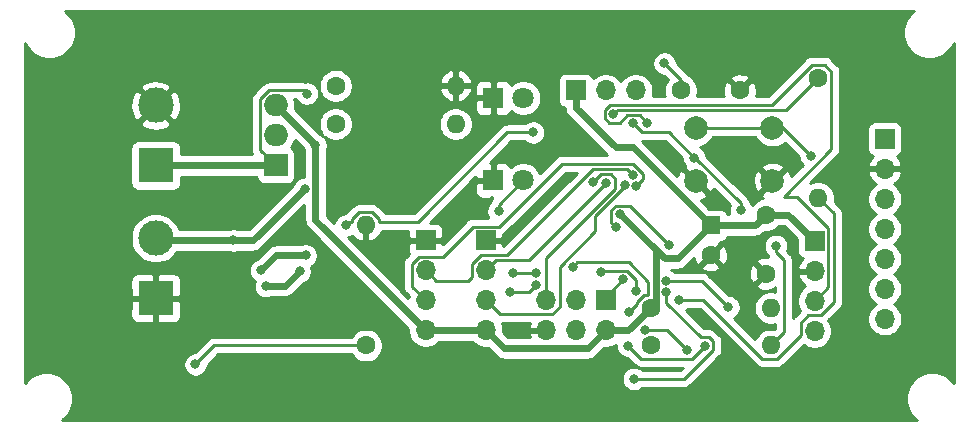
<source format=gbr>
%TF.GenerationSoftware,KiCad,Pcbnew,5.1.6+dfsg1-1~bpo10+1*%
%TF.CreationDate,2020-11-22T17:09:41+10:30*%
%TF.ProjectId,robotcontrol,726f626f-7463-46f6-9e74-726f6c2e6b69,rev?*%
%TF.SameCoordinates,Original*%
%TF.FileFunction,Copper,L2,Bot*%
%TF.FilePolarity,Positive*%
%FSLAX46Y46*%
G04 Gerber Fmt 4.6, Leading zero omitted, Abs format (unit mm)*
G04 Created by KiCad (PCBNEW 5.1.6+dfsg1-1~bpo10+1) date 2020-11-22 17:09:41*
%MOMM*%
%LPD*%
G01*
G04 APERTURE LIST*
%TA.AperFunction,ComponentPad*%
%ADD10C,3.000000*%
%TD*%
%TA.AperFunction,ComponentPad*%
%ADD11R,3.000000X3.000000*%
%TD*%
%TA.AperFunction,ComponentPad*%
%ADD12O,1.700000X1.700000*%
%TD*%
%TA.AperFunction,ComponentPad*%
%ADD13R,1.700000X1.700000*%
%TD*%
%TA.AperFunction,ComponentPad*%
%ADD14O,2.000000X1.905000*%
%TD*%
%TA.AperFunction,ComponentPad*%
%ADD15R,2.000000X1.905000*%
%TD*%
%TA.AperFunction,ComponentPad*%
%ADD16C,2.000000*%
%TD*%
%TA.AperFunction,ComponentPad*%
%ADD17O,1.600000X1.600000*%
%TD*%
%TA.AperFunction,ComponentPad*%
%ADD18C,1.600000*%
%TD*%
%TA.AperFunction,ComponentPad*%
%ADD19C,1.800000*%
%TD*%
%TA.AperFunction,ComponentPad*%
%ADD20R,1.800000X1.800000*%
%TD*%
%TA.AperFunction,ComponentPad*%
%ADD21R,1.600000X1.600000*%
%TD*%
%TA.AperFunction,ViaPad*%
%ADD22C,0.800000*%
%TD*%
%TA.AperFunction,Conductor*%
%ADD23C,0.600000*%
%TD*%
%TA.AperFunction,Conductor*%
%ADD24C,0.250000*%
%TD*%
%TA.AperFunction,Conductor*%
%ADD25C,0.254000*%
%TD*%
G04 APERTURE END LIST*
D10*
%TO.P,BT1,1*%
%TO.N,VCCIN*%
X105520000Y-155409500D03*
D11*
%TO.P,BT1,2*%
%TO.N,GND*%
X105520000Y-160489500D03*
%TD*%
D12*
%TO.P,J6,6*%
%TO.N,GND*%
X138540000Y-163220000D03*
%TO.P,J6,5*%
%TO.N,Net-(J6-Pad5)*%
X138540000Y-160680000D03*
%TO.P,J6,4*%
%TO.N,Net-(J6-Pad4)*%
X141080000Y-163220000D03*
%TO.P,J6,3*%
%TO.N,Net-(J6-Pad3)*%
X141080000Y-160680000D03*
%TO.P,J6,2*%
%TO.N,VCC*%
X143620000Y-163220000D03*
D13*
%TO.P,J6,1*%
%TO.N,Net-(J6-Pad1)*%
X143620000Y-160680000D03*
%TD*%
D14*
%TO.P,U2,3*%
%TO.N,VCC*%
X115680000Y-144170000D03*
%TO.P,U2,2*%
%TO.N,GND*%
X115680000Y-146710000D03*
D15*
%TO.P,U2,1*%
%TO.N,Net-(C1-Pad1)*%
X115680000Y-149250000D03*
%TD*%
D16*
%TO.P,SW2,1*%
%TO.N,Net-(J6-Pad5)*%
X157740000Y-146075000D03*
%TO.P,SW2,2*%
%TO.N,GND*%
X157740000Y-150575000D03*
%TO.P,SW2,1*%
%TO.N,Net-(J6-Pad5)*%
X151240000Y-146075000D03*
%TO.P,SW2,2*%
%TO.N,GND*%
X151240000Y-150575000D03*
%TD*%
D12*
%TO.P,SW1,3*%
%TO.N,Net-(SW1-Pad3)*%
X146160000Y-142900000D03*
%TO.P,SW1,2*%
%TO.N,VCCIN*%
X143620000Y-142900000D03*
D13*
%TO.P,SW1,1*%
%TO.N,VCC*%
X141080000Y-142900000D03*
%TD*%
D17*
%TO.P,R4,2*%
%TO.N,Net-(J6-Pad5)*%
X157590000Y-161315000D03*
D18*
%TO.P,R4,1*%
%TO.N,VCC*%
X147430000Y-161315000D03*
%TD*%
D17*
%TO.P,R3,2*%
%TO.N,Net-(D5-Pad2)*%
X161603200Y-151993200D03*
D18*
%TO.P,R3,1*%
%TO.N,Net-(R3-Pad1)*%
X161603200Y-141833200D03*
%TD*%
D17*
%TO.P,R2,2*%
%TO.N,GND*%
X123300000Y-154330000D03*
D18*
%TO.P,R2,1*%
%TO.N,Net-(R2-Pad1)*%
X123300000Y-164490000D03*
%TD*%
D17*
%TO.P,R1,2*%
%TO.N,Net-(D2-Pad2)*%
X157590000Y-164490000D03*
D18*
%TO.P,R1,1*%
%TO.N,VCCIN*%
X147430000Y-164490000D03*
%TD*%
D12*
%TO.P,J5,4*%
%TO.N,Net-(J5-Pad4)*%
X161298400Y-163270800D03*
%TO.P,J5,3*%
%TO.N,Net-(J5-Pad3)*%
X161298400Y-160730800D03*
%TO.P,J5,2*%
%TO.N,GND*%
X161298400Y-158190800D03*
D13*
%TO.P,J5,1*%
%TO.N,VCC*%
X161298400Y-155650800D03*
%TD*%
D12*
%TO.P,J4,4*%
%TO.N,VCC*%
X128380000Y-163220000D03*
%TO.P,J4,3*%
%TO.N,Net-(J4-Pad3)*%
X128380000Y-160680000D03*
%TO.P,J4,2*%
%TO.N,Net-(J4-Pad2)*%
X128380000Y-158140000D03*
D13*
%TO.P,J4,1*%
%TO.N,GND*%
X128380000Y-155600000D03*
%TD*%
D12*
%TO.P,J3,4*%
%TO.N,VCC*%
X133460000Y-163220000D03*
%TO.P,J3,3*%
%TO.N,Net-(J3-Pad3)*%
X133460000Y-160680000D03*
%TO.P,J3,2*%
%TO.N,Net-(J3-Pad2)*%
X133460000Y-158140000D03*
D13*
%TO.P,J3,1*%
%TO.N,GND*%
X133460000Y-155600000D03*
%TD*%
D10*
%TO.P,J2,2*%
%TO.N,GND*%
X105520000Y-144170000D03*
D11*
%TO.P,J2,1*%
%TO.N,Net-(C1-Pad1)*%
X105520000Y-149250000D03*
%TD*%
D19*
%TO.P,D5,2*%
%TO.N,Net-(D5-Pad2)*%
X136635000Y-150520000D03*
D20*
%TO.P,D5,1*%
%TO.N,GND*%
X134095000Y-150520000D03*
%TD*%
D19*
%TO.P,D2,2*%
%TO.N,Net-(D2-Pad2)*%
X136635000Y-143535000D03*
D20*
%TO.P,D2,1*%
%TO.N,GND*%
X134095000Y-143535000D03*
%TD*%
D18*
%TO.P,C3,2*%
%TO.N,GND*%
X152510000Y-156830000D03*
D21*
%TO.P,C3,1*%
%TO.N,VCC*%
X152510000Y-154330000D03*
%TD*%
D18*
%TO.P,C2,2*%
%TO.N,GND*%
X157183600Y-158415600D03*
%TO.P,C2,1*%
%TO.N,VCC*%
X157183600Y-153415600D03*
%TD*%
%TO.P,C1,2*%
%TO.N,GND*%
X154970000Y-142900000D03*
%TO.P,C1,1*%
%TO.N,Net-(C1-Pad1)*%
X149970000Y-142900000D03*
%TD*%
D17*
%TO.P,R5,2*%
%TO.N,Net-(J7-Pad1)*%
X130910000Y-145750000D03*
D18*
%TO.P,R5,1*%
%TO.N,VCC*%
X120750000Y-145750000D03*
%TD*%
%TO.P,R6,1*%
%TO.N,Net-(J7-Pad1)*%
X120750000Y-142500000D03*
D17*
%TO.P,R6,2*%
%TO.N,GND*%
X130910000Y-142500000D03*
%TD*%
D13*
%TO.P,J7,1*%
%TO.N,Net-(J7-Pad1)*%
X167250000Y-147000000D03*
D12*
%TO.P,J7,2*%
%TO.N,GND*%
X167250000Y-149540000D03*
%TO.P,J7,3*%
%TO.N,Net-(J7-Pad3)*%
X167250000Y-152080000D03*
%TO.P,J7,4*%
%TO.N,Net-(J6-Pad4)*%
X167250000Y-154620000D03*
%TO.P,J7,5*%
%TO.N,Net-(J7-Pad5)*%
X167250000Y-157160000D03*
%TO.P,J7,6*%
%TO.N,Net-(J6-Pad3)*%
X167250000Y-159700000D03*
%TO.P,J7,7*%
%TO.N,Net-(J7-Pad7)*%
X167250000Y-162240000D03*
%TD*%
D22*
%TO.N,Net-(C1-Pad1)*%
X118320000Y-143170000D03*
X148580000Y-140599990D03*
%TO.N,VCC*%
X144839200Y-153364800D03*
X119045500Y-147535500D03*
%TO.N,VCCIN*%
X112073200Y-155600000D03*
X118145490Y-151218500D03*
X121634998Y-154330000D03*
X118220000Y-156870000D03*
X114410000Y-158140000D03*
X137475000Y-146450000D03*
%TO.N,Net-(D2-Pad2)*%
X158034500Y-156044500D03*
%TO.N,Net-(D5-Pad2)*%
X134560000Y-153120000D03*
X135810000Y-158330000D03*
X137700000Y-158330000D03*
X145570000Y-161690000D03*
X149820000Y-160640000D03*
X140830000Y-157830000D03*
%TO.N,Net-(J3-Pad3)*%
X145270000Y-150940000D03*
%TO.N,Net-(J3-Pad2)*%
X143683500Y-150710500D03*
%TO.N,Net-(J4-Pad3)*%
X146220000Y-150950000D03*
%TO.N,Net-(J4-Pad2)*%
X145940000Y-150050000D03*
%TO.N,Net-(J5-Pad4)*%
X145900000Y-145630000D03*
X151110000Y-148580000D03*
X155060000Y-153030000D03*
%TO.N,Net-(J5-Pad3)*%
X147100000Y-145620000D03*
%TO.N,Net-(R2-Pad1)*%
X108875000Y-166087500D03*
%TO.N,Net-(R3-Pad1)*%
X144262496Y-144905490D03*
%TO.N,Net-(J6-Pad5)*%
X161019000Y-148488000D03*
X161019000Y-148488000D03*
X142540500Y-150647000D03*
%TO.N,Net-(J6-Pad4)*%
X152000000Y-164500000D03*
X145500000Y-164500000D03*
%TO.N,Net-(J6-Pad3)*%
X150500000Y-164890001D03*
X146971312Y-163167272D03*
%TO.N,Net-(J6-Pad1)*%
X145072249Y-158902431D03*
%TO.N,Net-(J1-Pad1)*%
X117712000Y-158203500D03*
X114854500Y-159473500D03*
%TO.N,Net-(J7-Pad5)*%
X146000000Y-167320841D03*
X148750000Y-160000000D03*
X143250000Y-158250000D03*
X146152346Y-159902346D03*
%TO.N,Net-(J7-Pad3)*%
X154000000Y-161250000D03*
X144500000Y-154500000D03*
X148736990Y-159000000D03*
X149000000Y-156000000D03*
%TO.N,Net-(J7-Pad7)*%
X135500000Y-160000000D03*
X137754267Y-159328529D03*
%TD*%
D23*
%TO.N,Net-(C1-Pad1)*%
X105520000Y-149250000D02*
X115680000Y-149250000D01*
D24*
X115103339Y-142892490D02*
X118042490Y-142892490D01*
X115680000Y-149250000D02*
X114354990Y-147924990D01*
X114354990Y-143640839D02*
X115103339Y-142892490D01*
X114354990Y-147924990D02*
X114354990Y-143640839D01*
X118042490Y-142892490D02*
X118320000Y-143170000D01*
X149970000Y-141989990D02*
X149970000Y-142900000D01*
X148580000Y-140599990D02*
X149970000Y-141989990D01*
D23*
%TO.N,VCC*%
X128380000Y-163220000D02*
X133460000Y-163220000D01*
X145525000Y-163220000D02*
X147430000Y-161315000D01*
X143620000Y-163220000D02*
X145525000Y-163220000D01*
X147430000Y-155955600D02*
X144839200Y-153364800D01*
X144839200Y-153364800D02*
X144839200Y-153364800D01*
X147430000Y-155955600D02*
X148598400Y-157124000D01*
X149716000Y-157124000D02*
X152510000Y-154330000D01*
X148598400Y-157124000D02*
X149716000Y-157124000D01*
X156269200Y-154330000D02*
X157183600Y-153415600D01*
X152510000Y-154330000D02*
X156269200Y-154330000D01*
X159063200Y-153415600D02*
X161298400Y-155650800D01*
X157183600Y-153415600D02*
X159063200Y-153415600D01*
X142096000Y-164744000D02*
X143620000Y-163220000D01*
X133460000Y-163220000D02*
X134984000Y-164744000D01*
X134984000Y-164744000D02*
X142096000Y-164744000D01*
X119045500Y-153885500D02*
X128380000Y-163220000D01*
X119045500Y-147535500D02*
X119045500Y-153885500D01*
X115680000Y-144170000D02*
X119045500Y-147535500D01*
X141080000Y-144350000D02*
X141080000Y-142900000D01*
X152510000Y-154330000D02*
X145906000Y-147726000D01*
X144456000Y-147726000D02*
X141080000Y-144350000D01*
X145906000Y-147726000D02*
X144456000Y-147726000D01*
X147836988Y-156362588D02*
X147430000Y-155955600D01*
X147836988Y-160908012D02*
X147836988Y-156362588D01*
X147430000Y-161315000D02*
X147836988Y-160908012D01*
%TO.N,VCCIN*%
X112073200Y-155600000D02*
X112073200Y-155600000D01*
X112073200Y-155600000D02*
X113763990Y-155600000D01*
X113763990Y-155600000D02*
X118145490Y-151218500D01*
X105710500Y-155600000D02*
X105520000Y-155409500D01*
X112073200Y-155600000D02*
X105710500Y-155600000D01*
D24*
X121634998Y-154330000D02*
X121634998Y-154330000D01*
D23*
X118220000Y-156870000D02*
X115680000Y-156870000D01*
X115680000Y-156870000D02*
X114410000Y-158140000D01*
D24*
X114410000Y-158140000D02*
X114410000Y-158140000D01*
X122174999Y-154026502D02*
X121634998Y-154026502D01*
X122174999Y-153789999D02*
X122174999Y-154026502D01*
X122759999Y-153204999D02*
X122174999Y-153789999D01*
X135300000Y-146450000D02*
X127723498Y-154026502D01*
X137475000Y-146450000D02*
X135300000Y-146450000D01*
X127723498Y-154026502D02*
X124425001Y-154026502D01*
X124425001Y-153789999D02*
X123840001Y-153204999D01*
X124425001Y-154026502D02*
X124425001Y-153789999D01*
X123840001Y-153204999D02*
X122759999Y-153204999D01*
%TO.N,Net-(D2-Pad2)*%
X158389999Y-163690001D02*
X157590000Y-164490000D01*
X158715001Y-163364999D02*
X158389999Y-163690001D01*
X158715001Y-157290686D02*
X158715001Y-163364999D01*
X158034500Y-156610185D02*
X158715001Y-157290686D01*
X158034500Y-156044500D02*
X158034500Y-156610185D01*
%TO.N,Net-(D5-Pad2)*%
X134560000Y-152595000D02*
X134560000Y-153120000D01*
X136635000Y-150520000D02*
X134560000Y-152595000D01*
X135810000Y-158330000D02*
X137700000Y-158330000D01*
X137700000Y-158330000D02*
X137700000Y-158330000D01*
X162923411Y-153313411D02*
X161603200Y-151993200D01*
X160774199Y-161905801D02*
X161862401Y-161905801D01*
X156865001Y-165615001D02*
X158130001Y-165615001D01*
X162923411Y-160844791D02*
X162923411Y-153313411D01*
X151890000Y-160640000D02*
X156865001Y-165615001D01*
X149820000Y-160640000D02*
X151890000Y-160640000D01*
X160123399Y-163621603D02*
X160123399Y-162556601D01*
X161862401Y-161905801D02*
X162923411Y-160844791D01*
X158130001Y-165615001D02*
X160123399Y-163621603D01*
X160123399Y-162556601D02*
X160774199Y-161905801D01*
X141229999Y-157430001D02*
X140830000Y-157830000D01*
X145561621Y-157430001D02*
X141229999Y-157430001D01*
X146304999Y-160955001D02*
X146304999Y-160774999D01*
X147211978Y-160189999D02*
X147211978Y-159080358D01*
X145570000Y-161690000D02*
X146304999Y-160955001D01*
X147211978Y-159080358D02*
X145561621Y-157430001D01*
X146304999Y-160774999D02*
X146889999Y-160189999D01*
X146889999Y-160189999D02*
X147211978Y-160189999D01*
%TO.N,Net-(J3-Pad3)*%
X142750000Y-153500000D02*
X145270000Y-150980000D01*
X134635001Y-161855001D02*
X139104001Y-161855001D01*
X133460000Y-160680000D02*
X134635001Y-161855001D01*
X145270000Y-150980000D02*
X145270000Y-150940000D01*
X142750000Y-154836998D02*
X142750000Y-153500000D01*
X139104001Y-161855001D02*
X139715001Y-161244001D01*
X139715001Y-161244001D02*
X139715001Y-157871997D01*
X139715001Y-157871997D02*
X142750000Y-154836998D01*
%TO.N,Net-(J3-Pad2)*%
X134309999Y-157290001D02*
X137103999Y-157290001D01*
X133460000Y-158140000D02*
X134309999Y-157290001D01*
X137103999Y-157290001D02*
X143683500Y-150710500D01*
X143683500Y-150710500D02*
X143683500Y-150710500D01*
%TO.N,Net-(J4-Pad3)*%
X134570001Y-154424999D02*
X139909521Y-149085479D01*
X146813999Y-149973997D02*
X146813999Y-150362991D01*
X127204999Y-157575999D02*
X127815999Y-156964999D01*
X129809999Y-156964999D02*
X132349999Y-154424999D01*
X127815999Y-156964999D02*
X129809999Y-156964999D01*
X146813999Y-150362991D02*
X146414000Y-150762990D01*
X139909521Y-149085479D02*
X145925481Y-149085479D01*
X145925481Y-149085479D02*
X146813999Y-149973997D01*
X128380000Y-160680000D02*
X127204999Y-159504999D01*
X127204999Y-159504999D02*
X127204999Y-157575999D01*
X132349999Y-154424999D02*
X134570001Y-154424999D01*
%TO.N,Net-(J4-Pad2)*%
X145425489Y-149535489D02*
X145940000Y-150050000D01*
X135274507Y-156839991D02*
X142579009Y-149535489D01*
X129229999Y-158989999D02*
X131999001Y-158989999D01*
X132284999Y-157575999D02*
X133021007Y-156839991D01*
X142579009Y-149535489D02*
X145425489Y-149535489D01*
X128380000Y-158140000D02*
X129229999Y-158989999D01*
X131999001Y-158989999D02*
X132284999Y-158704001D01*
X132284999Y-158704001D02*
X132284999Y-157575999D01*
X133021007Y-156839991D02*
X135274507Y-156839991D01*
%TO.N,Net-(J5-Pad4)*%
X145900000Y-145630000D02*
X146690000Y-146420000D01*
X146690000Y-146420000D02*
X148950000Y-146420000D01*
X148950000Y-146420000D02*
X151110000Y-148580000D01*
X151110000Y-148580000D02*
X151110000Y-148580000D01*
X151206002Y-148580000D02*
X155060000Y-152433998D01*
X151110000Y-148580000D02*
X151206002Y-148580000D01*
X155060000Y-152433998D02*
X155060000Y-153030000D01*
%TO.N,Net-(J5-Pad3)*%
X147089500Y-145630500D02*
X147100000Y-145620000D01*
X146481025Y-145001025D02*
X147100000Y-145620000D01*
X162728201Y-147851801D02*
X162728201Y-141293199D01*
X158680001Y-151900001D02*
X162728201Y-147851801D01*
X162473401Y-159555799D02*
X162473401Y-154540799D01*
X161298400Y-160730800D02*
X162473401Y-159555799D01*
X162728201Y-141293199D02*
X162143201Y-140708199D01*
X162143201Y-140708199D02*
X161063199Y-140708199D01*
X143993978Y-144101006D02*
X143537495Y-144557489D01*
X144829500Y-145630500D02*
X145458975Y-145001025D01*
X161063199Y-140708199D02*
X157670392Y-144101006D01*
X159832603Y-151900001D02*
X158680001Y-151900001D01*
X143537495Y-145253491D02*
X143914504Y-145630500D01*
X162473401Y-154540799D02*
X159832603Y-151900001D01*
X157670392Y-144101006D02*
X143993978Y-144101006D01*
X143914504Y-145630500D02*
X144829500Y-145630500D01*
X143537495Y-144557489D02*
X143537495Y-145253491D01*
X145458975Y-145001025D02*
X146481025Y-145001025D01*
%TO.N,Net-(R2-Pad1)*%
X110472500Y-164490000D02*
X123300000Y-164490000D01*
X108875000Y-166087500D02*
X110472500Y-164490000D01*
%TO.N,Net-(R3-Pad1)*%
X144616971Y-144551015D02*
X144262496Y-144905490D01*
X161603200Y-141833200D02*
X158885385Y-144551015D01*
X158885385Y-144551015D02*
X144616971Y-144551015D01*
%TO.N,Net-(J6-Pad5)*%
X158606000Y-146075000D02*
X157740000Y-146075000D01*
X161019000Y-148488000D02*
X158606000Y-146075000D01*
X142540500Y-150647000D02*
X142540500Y-150647000D01*
X151240000Y-146075000D02*
X157740000Y-146075000D01*
X144031501Y-149985499D02*
X143202001Y-149985499D01*
X144408501Y-150362499D02*
X144031501Y-149985499D01*
X143202001Y-149985499D02*
X142540500Y-150647000D01*
X144408501Y-151205089D02*
X144408501Y-150362499D01*
X138540000Y-157073589D02*
X144408501Y-151205089D01*
X138540000Y-160680000D02*
X138540000Y-157073589D01*
%TO.N,Net-(J6-Pad4)*%
X146615001Y-165615001D02*
X145500000Y-164500000D01*
X152000000Y-164500000D02*
X150884999Y-165615001D01*
X150884999Y-165615001D02*
X146615001Y-165615001D01*
%TO.N,Net-(J6-Pad3)*%
X150500000Y-164890001D02*
X148777271Y-163167272D01*
X148777271Y-163167272D02*
X146971312Y-163167272D01*
%TO.N,Net-(J6-Pad1)*%
X143620000Y-160680000D02*
X143620000Y-160354680D01*
X143620000Y-160354680D02*
X145072249Y-158902431D01*
D23*
%TO.N,Net-(J1-Pad1)*%
X116442000Y-159473500D02*
X117712000Y-158203500D01*
X114918000Y-159473500D02*
X116442000Y-159473500D01*
D24*
%TO.N,Net-(J7-Pad5)*%
X148750000Y-160873000D02*
X148750000Y-160000000D01*
X150252161Y-167320841D02*
X152725001Y-164848001D01*
X146000000Y-167320841D02*
X150252161Y-167320841D01*
X152725001Y-164848001D02*
X152725001Y-164151999D01*
X152725001Y-164151999D02*
X152348001Y-163774999D01*
X152348001Y-163774999D02*
X151651999Y-163774999D01*
X151651999Y-163774999D02*
X148750000Y-160873000D01*
X146152346Y-158909526D02*
X146152346Y-159902346D01*
X145420250Y-158177430D02*
X146152346Y-158909526D01*
X143250000Y-158250000D02*
X143322570Y-158177430D01*
X143322570Y-158177430D02*
X145420250Y-158177430D01*
%TO.N,Net-(J7-Pad3)*%
X154000000Y-161250000D02*
X151750000Y-159000000D01*
X151750000Y-159000000D02*
X148736990Y-159000000D01*
X144100001Y-153030997D02*
X144100001Y-154100001D01*
X144100001Y-154100001D02*
X144500000Y-154500000D01*
X144491199Y-152639799D02*
X144100001Y-153030997D01*
X145639799Y-152639799D02*
X144491199Y-152639799D01*
X149000000Y-156000000D02*
X145639799Y-152639799D01*
%TO.N,Net-(J7-Pad7)*%
X135500000Y-160000000D02*
X137082796Y-160000000D01*
X137082796Y-160000000D02*
X137754267Y-159328529D01*
%TD*%
D25*
%TO.N,GND*%
G36*
X169575271Y-136263962D02*
G01*
X169263962Y-136575271D01*
X169019369Y-136941331D01*
X168850890Y-137348075D01*
X168765000Y-137779872D01*
X168765000Y-138220128D01*
X168850890Y-138651925D01*
X169019369Y-139058669D01*
X169263962Y-139424729D01*
X169575271Y-139736038D01*
X169941331Y-139980631D01*
X170348075Y-140149110D01*
X170779872Y-140235000D01*
X171220128Y-140235000D01*
X171651925Y-140149110D01*
X172058669Y-139980631D01*
X172424729Y-139736038D01*
X172736038Y-139424729D01*
X172980631Y-139058669D01*
X173065000Y-138854984D01*
X173065001Y-167693448D01*
X172986038Y-167575271D01*
X172674729Y-167263962D01*
X172308669Y-167019369D01*
X171901925Y-166850890D01*
X171470128Y-166765000D01*
X171029872Y-166765000D01*
X170598075Y-166850890D01*
X170191331Y-167019369D01*
X169825271Y-167263962D01*
X169513962Y-167575271D01*
X169269369Y-167941331D01*
X169100890Y-168348075D01*
X169015000Y-168779872D01*
X169015000Y-169220128D01*
X169100890Y-169651925D01*
X169269369Y-170058669D01*
X169513962Y-170424729D01*
X169825271Y-170736038D01*
X169943446Y-170815000D01*
X97556554Y-170815000D01*
X97674729Y-170736038D01*
X97986038Y-170424729D01*
X98230631Y-170058669D01*
X98399110Y-169651925D01*
X98485000Y-169220128D01*
X98485000Y-168779872D01*
X98399110Y-168348075D01*
X98230631Y-167941331D01*
X97986038Y-167575271D01*
X97674729Y-167263962D01*
X97308669Y-167019369D01*
X96901925Y-166850890D01*
X96470128Y-166765000D01*
X96029872Y-166765000D01*
X95598075Y-166850890D01*
X95191331Y-167019369D01*
X94825271Y-167263962D01*
X94513962Y-167575271D01*
X94435000Y-167693446D01*
X94435000Y-165985561D01*
X107840000Y-165985561D01*
X107840000Y-166189439D01*
X107879774Y-166389398D01*
X107957795Y-166577756D01*
X108071063Y-166747274D01*
X108215226Y-166891437D01*
X108384744Y-167004705D01*
X108573102Y-167082726D01*
X108773061Y-167122500D01*
X108976939Y-167122500D01*
X109176898Y-167082726D01*
X109365256Y-167004705D01*
X109534774Y-166891437D01*
X109678937Y-166747274D01*
X109792205Y-166577756D01*
X109870226Y-166389398D01*
X109910000Y-166189439D01*
X109910000Y-166127301D01*
X110787302Y-165250000D01*
X122081957Y-165250000D01*
X122185363Y-165404759D01*
X122385241Y-165604637D01*
X122620273Y-165761680D01*
X122881426Y-165869853D01*
X123158665Y-165925000D01*
X123441335Y-165925000D01*
X123718574Y-165869853D01*
X123979727Y-165761680D01*
X124214759Y-165604637D01*
X124414637Y-165404759D01*
X124571680Y-165169727D01*
X124679853Y-164908574D01*
X124735000Y-164631335D01*
X124735000Y-164348665D01*
X124679853Y-164071426D01*
X124571680Y-163810273D01*
X124414637Y-163575241D01*
X124214759Y-163375363D01*
X123979727Y-163218320D01*
X123718574Y-163110147D01*
X123441335Y-163055000D01*
X123158665Y-163055000D01*
X122881426Y-163110147D01*
X122620273Y-163218320D01*
X122385241Y-163375363D01*
X122185363Y-163575241D01*
X122081957Y-163730000D01*
X110509822Y-163730000D01*
X110472499Y-163726324D01*
X110435176Y-163730000D01*
X110435167Y-163730000D01*
X110323514Y-163740997D01*
X110180253Y-163784454D01*
X110048224Y-163855026D01*
X109932499Y-163949999D01*
X109908701Y-163978997D01*
X108835199Y-165052500D01*
X108773061Y-165052500D01*
X108573102Y-165092274D01*
X108384744Y-165170295D01*
X108215226Y-165283563D01*
X108071063Y-165427726D01*
X107957795Y-165597244D01*
X107879774Y-165785602D01*
X107840000Y-165985561D01*
X94435000Y-165985561D01*
X94435000Y-161989500D01*
X103381928Y-161989500D01*
X103394188Y-162113982D01*
X103430498Y-162233680D01*
X103489463Y-162343994D01*
X103568815Y-162440685D01*
X103665506Y-162520037D01*
X103775820Y-162579002D01*
X103895518Y-162615312D01*
X104020000Y-162627572D01*
X105234250Y-162624500D01*
X105393000Y-162465750D01*
X105393000Y-160616500D01*
X105647000Y-160616500D01*
X105647000Y-162465750D01*
X105805750Y-162624500D01*
X107020000Y-162627572D01*
X107144482Y-162615312D01*
X107264180Y-162579002D01*
X107374494Y-162520037D01*
X107471185Y-162440685D01*
X107550537Y-162343994D01*
X107609502Y-162233680D01*
X107645812Y-162113982D01*
X107658072Y-161989500D01*
X107655000Y-160775250D01*
X107496250Y-160616500D01*
X105647000Y-160616500D01*
X105393000Y-160616500D01*
X103543750Y-160616500D01*
X103385000Y-160775250D01*
X103381928Y-161989500D01*
X94435000Y-161989500D01*
X94435000Y-158989500D01*
X103381928Y-158989500D01*
X103385000Y-160203750D01*
X103543750Y-160362500D01*
X105393000Y-160362500D01*
X105393000Y-158513250D01*
X105647000Y-158513250D01*
X105647000Y-160362500D01*
X107496250Y-160362500D01*
X107655000Y-160203750D01*
X107658072Y-158989500D01*
X107645812Y-158865018D01*
X107609502Y-158745320D01*
X107550537Y-158635006D01*
X107471185Y-158538315D01*
X107374494Y-158458963D01*
X107264180Y-158399998D01*
X107144482Y-158363688D01*
X107020000Y-158351428D01*
X105805750Y-158354500D01*
X105647000Y-158513250D01*
X105393000Y-158513250D01*
X105234250Y-158354500D01*
X104020000Y-158351428D01*
X103895518Y-158363688D01*
X103775820Y-158399998D01*
X103665506Y-158458963D01*
X103568815Y-158538315D01*
X103489463Y-158635006D01*
X103430498Y-158745320D01*
X103394188Y-158865018D01*
X103381928Y-158989500D01*
X94435000Y-158989500D01*
X94435000Y-158038061D01*
X113375000Y-158038061D01*
X113375000Y-158241939D01*
X113414774Y-158441898D01*
X113492795Y-158630256D01*
X113606063Y-158799774D01*
X113750226Y-158943937D01*
X113909496Y-159050357D01*
X113859274Y-159171602D01*
X113819500Y-159371561D01*
X113819500Y-159575439D01*
X113859274Y-159775398D01*
X113937295Y-159963756D01*
X114050563Y-160133274D01*
X114194726Y-160277437D01*
X114364244Y-160390705D01*
X114552602Y-160468726D01*
X114752561Y-160508500D01*
X114956439Y-160508500D01*
X115156398Y-160468726D01*
X115301795Y-160408500D01*
X116396068Y-160408500D01*
X116442000Y-160413024D01*
X116487932Y-160408500D01*
X116625292Y-160394971D01*
X116801540Y-160341507D01*
X116963972Y-160254686D01*
X117106344Y-160137844D01*
X117135630Y-160102159D01*
X118056859Y-159180931D01*
X118202256Y-159120705D01*
X118371774Y-159007437D01*
X118515937Y-158863274D01*
X118629205Y-158693756D01*
X118707226Y-158505398D01*
X118747000Y-158305439D01*
X118747000Y-158101561D01*
X118707226Y-157901602D01*
X118667224Y-157805030D01*
X118710256Y-157787205D01*
X118879774Y-157673937D01*
X119023937Y-157529774D01*
X119137205Y-157360256D01*
X119215226Y-157171898D01*
X119255000Y-156971939D01*
X119255000Y-156768061D01*
X119215226Y-156568102D01*
X119137205Y-156379744D01*
X119023937Y-156210226D01*
X118879774Y-156066063D01*
X118710256Y-155952795D01*
X118521898Y-155874774D01*
X118321939Y-155835000D01*
X118118061Y-155835000D01*
X117918102Y-155874774D01*
X117772705Y-155935000D01*
X115725931Y-155935000D01*
X115679999Y-155930476D01*
X115496707Y-155948529D01*
X115460409Y-155959540D01*
X115320460Y-156001993D01*
X115158028Y-156088814D01*
X115015656Y-156205656D01*
X114986374Y-156241336D01*
X114065142Y-157162569D01*
X113919744Y-157222795D01*
X113750226Y-157336063D01*
X113606063Y-157480226D01*
X113492795Y-157649744D01*
X113414774Y-157838102D01*
X113375000Y-158038061D01*
X94435000Y-158038061D01*
X94435000Y-147750000D01*
X103381928Y-147750000D01*
X103381928Y-150750000D01*
X103394188Y-150874482D01*
X103430498Y-150994180D01*
X103489463Y-151104494D01*
X103568815Y-151201185D01*
X103665506Y-151280537D01*
X103775820Y-151339502D01*
X103895518Y-151375812D01*
X104020000Y-151388072D01*
X107020000Y-151388072D01*
X107144482Y-151375812D01*
X107264180Y-151339502D01*
X107374494Y-151280537D01*
X107471185Y-151201185D01*
X107550537Y-151104494D01*
X107609502Y-150994180D01*
X107645812Y-150874482D01*
X107658072Y-150750000D01*
X107658072Y-150185000D01*
X114041928Y-150185000D01*
X114041928Y-150202500D01*
X114054188Y-150326982D01*
X114090498Y-150446680D01*
X114149463Y-150556994D01*
X114228815Y-150653685D01*
X114325506Y-150733037D01*
X114435820Y-150792002D01*
X114555518Y-150828312D01*
X114680000Y-150840572D01*
X116680000Y-150840572D01*
X116804482Y-150828312D01*
X116924180Y-150792002D01*
X117034494Y-150733037D01*
X117131185Y-150653685D01*
X117210537Y-150556994D01*
X117269502Y-150446680D01*
X117305812Y-150326982D01*
X117318072Y-150202500D01*
X117318072Y-148297500D01*
X117305812Y-148173018D01*
X117269502Y-148053320D01*
X117210537Y-147943006D01*
X117131185Y-147846315D01*
X117034494Y-147766963D01*
X116942781Y-147717941D01*
X117055969Y-147576923D01*
X117199571Y-147301094D01*
X117270563Y-147082980D01*
X117270441Y-147082730D01*
X118068069Y-147880358D01*
X118110500Y-147982796D01*
X118110500Y-150183500D01*
X118043551Y-150183500D01*
X117843592Y-150223274D01*
X117655234Y-150301295D01*
X117485716Y-150414563D01*
X117341553Y-150558726D01*
X117228285Y-150728244D01*
X117168059Y-150873642D01*
X113376701Y-154665000D01*
X112520495Y-154665000D01*
X112375098Y-154604774D01*
X112175139Y-154565000D01*
X111971261Y-154565000D01*
X111771302Y-154604774D01*
X111625905Y-154665000D01*
X107522525Y-154665000D01*
X107412012Y-154398198D01*
X107178363Y-154048517D01*
X106880983Y-153751137D01*
X106531302Y-153517488D01*
X106142756Y-153356547D01*
X105730279Y-153274500D01*
X105309721Y-153274500D01*
X104897244Y-153356547D01*
X104508698Y-153517488D01*
X104159017Y-153751137D01*
X103861637Y-154048517D01*
X103627988Y-154398198D01*
X103467047Y-154786744D01*
X103385000Y-155199221D01*
X103385000Y-155619779D01*
X103467047Y-156032256D01*
X103627988Y-156420802D01*
X103861637Y-156770483D01*
X104159017Y-157067863D01*
X104508698Y-157301512D01*
X104897244Y-157462453D01*
X105309721Y-157544500D01*
X105730279Y-157544500D01*
X106142756Y-157462453D01*
X106531302Y-157301512D01*
X106880983Y-157067863D01*
X107178363Y-156770483D01*
X107335707Y-156535000D01*
X111625905Y-156535000D01*
X111771302Y-156595226D01*
X111971261Y-156635000D01*
X112175139Y-156635000D01*
X112375098Y-156595226D01*
X112520495Y-156535000D01*
X113718058Y-156535000D01*
X113763990Y-156539524D01*
X113809922Y-156535000D01*
X113947282Y-156521471D01*
X114123530Y-156468007D01*
X114285962Y-156381186D01*
X114428334Y-156264344D01*
X114457620Y-156228659D01*
X118110501Y-152575778D01*
X118110501Y-153839558D01*
X118105976Y-153885500D01*
X118124029Y-154068791D01*
X118173783Y-154232807D01*
X118177494Y-154245040D01*
X118264315Y-154407472D01*
X118381157Y-154549844D01*
X118416836Y-154579125D01*
X126897729Y-163060019D01*
X126895000Y-163073740D01*
X126895000Y-163366260D01*
X126952068Y-163653158D01*
X127064010Y-163923411D01*
X127226525Y-164166632D01*
X127433368Y-164373475D01*
X127676589Y-164535990D01*
X127946842Y-164647932D01*
X128233740Y-164705000D01*
X128526260Y-164705000D01*
X128813158Y-164647932D01*
X129083411Y-164535990D01*
X129326632Y-164373475D01*
X129533475Y-164166632D01*
X129541247Y-164155000D01*
X132298753Y-164155000D01*
X132306525Y-164166632D01*
X132513368Y-164373475D01*
X132756589Y-164535990D01*
X133026842Y-164647932D01*
X133313740Y-164705000D01*
X133606260Y-164705000D01*
X133619981Y-164702271D01*
X134290374Y-165372664D01*
X134319656Y-165408344D01*
X134462028Y-165525186D01*
X134624460Y-165612007D01*
X134713458Y-165639004D01*
X134800707Y-165665471D01*
X134819110Y-165667283D01*
X134938068Y-165679000D01*
X134938074Y-165679000D01*
X134983999Y-165683523D01*
X135029924Y-165679000D01*
X142050068Y-165679000D01*
X142096000Y-165683524D01*
X142141932Y-165679000D01*
X142279292Y-165665471D01*
X142455540Y-165612007D01*
X142617972Y-165525186D01*
X142760344Y-165408344D01*
X142789630Y-165372659D01*
X143460019Y-164702271D01*
X143473740Y-164705000D01*
X143766260Y-164705000D01*
X144053158Y-164647932D01*
X144323411Y-164535990D01*
X144465000Y-164441383D01*
X144465000Y-164601939D01*
X144504774Y-164801898D01*
X144582795Y-164990256D01*
X144696063Y-165159774D01*
X144840226Y-165303937D01*
X145009744Y-165417205D01*
X145198102Y-165495226D01*
X145398061Y-165535000D01*
X145460199Y-165535000D01*
X146051202Y-166126004D01*
X146075000Y-166155002D01*
X146103998Y-166178800D01*
X146190725Y-166249975D01*
X146322754Y-166320547D01*
X146466015Y-166364004D01*
X146615001Y-166378678D01*
X146652334Y-166375001D01*
X150123200Y-166375001D01*
X149937360Y-166560841D01*
X146703711Y-166560841D01*
X146659774Y-166516904D01*
X146490256Y-166403636D01*
X146301898Y-166325615D01*
X146101939Y-166285841D01*
X145898061Y-166285841D01*
X145698102Y-166325615D01*
X145509744Y-166403636D01*
X145340226Y-166516904D01*
X145196063Y-166661067D01*
X145082795Y-166830585D01*
X145004774Y-167018943D01*
X144965000Y-167218902D01*
X144965000Y-167422780D01*
X145004774Y-167622739D01*
X145082795Y-167811097D01*
X145196063Y-167980615D01*
X145340226Y-168124778D01*
X145509744Y-168238046D01*
X145698102Y-168316067D01*
X145898061Y-168355841D01*
X146101939Y-168355841D01*
X146301898Y-168316067D01*
X146490256Y-168238046D01*
X146659774Y-168124778D01*
X146703711Y-168080841D01*
X150214839Y-168080841D01*
X150252161Y-168084517D01*
X150289483Y-168080841D01*
X150289494Y-168080841D01*
X150401147Y-168069844D01*
X150544408Y-168026387D01*
X150676437Y-167955815D01*
X150792162Y-167860842D01*
X150815965Y-167831838D01*
X153236005Y-165411799D01*
X153265002Y-165388002D01*
X153359975Y-165272277D01*
X153430547Y-165140248D01*
X153474004Y-164996987D01*
X153485001Y-164885334D01*
X153485001Y-164885324D01*
X153488677Y-164848001D01*
X153485001Y-164810678D01*
X153485001Y-164189332D01*
X153488678Y-164151999D01*
X153474004Y-164003013D01*
X153430547Y-163859752D01*
X153428021Y-163855026D01*
X153359975Y-163727723D01*
X153265002Y-163611998D01*
X153235998Y-163588195D01*
X152911805Y-163264002D01*
X152888002Y-163234998D01*
X152772277Y-163140025D01*
X152640248Y-163069453D01*
X152496987Y-163025996D01*
X152385334Y-163014999D01*
X152385323Y-163014999D01*
X152348001Y-163011323D01*
X152310679Y-163014999D01*
X151966801Y-163014999D01*
X150429398Y-161477597D01*
X150479774Y-161443937D01*
X150523711Y-161400000D01*
X151575199Y-161400000D01*
X156301202Y-166126004D01*
X156325000Y-166155002D01*
X156353998Y-166178800D01*
X156440724Y-166249975D01*
X156572754Y-166320547D01*
X156716015Y-166364004D01*
X156827668Y-166375001D01*
X156827678Y-166375001D01*
X156865001Y-166378677D01*
X156902324Y-166375001D01*
X158092679Y-166375001D01*
X158130001Y-166378677D01*
X158167323Y-166375001D01*
X158167334Y-166375001D01*
X158278987Y-166364004D01*
X158422248Y-166320547D01*
X158554277Y-166249975D01*
X158670002Y-166155002D01*
X158693805Y-166125999D01*
X160378001Y-164441803D01*
X160594989Y-164586790D01*
X160865242Y-164698732D01*
X161152140Y-164755800D01*
X161444660Y-164755800D01*
X161731558Y-164698732D01*
X162001811Y-164586790D01*
X162245032Y-164424275D01*
X162451875Y-164217432D01*
X162614390Y-163974211D01*
X162726332Y-163703958D01*
X162783400Y-163417060D01*
X162783400Y-163124540D01*
X162726332Y-162837642D01*
X162614390Y-162567389D01*
X162478695Y-162364308D01*
X163434415Y-161408589D01*
X163463412Y-161384792D01*
X163558385Y-161269067D01*
X163628957Y-161137038D01*
X163672414Y-160993777D01*
X163683411Y-160882124D01*
X163683411Y-160882116D01*
X163687087Y-160844791D01*
X163683411Y-160807466D01*
X163683411Y-153350733D01*
X163687087Y-153313410D01*
X163683411Y-153276087D01*
X163683411Y-153276078D01*
X163672414Y-153164425D01*
X163628957Y-153021164D01*
X163558385Y-152889135D01*
X163463412Y-152773410D01*
X163434414Y-152749612D01*
X163001888Y-152317086D01*
X163038200Y-152134535D01*
X163038200Y-151933740D01*
X165765000Y-151933740D01*
X165765000Y-152226260D01*
X165822068Y-152513158D01*
X165934010Y-152783411D01*
X166096525Y-153026632D01*
X166303368Y-153233475D01*
X166477760Y-153350000D01*
X166303368Y-153466525D01*
X166096525Y-153673368D01*
X165934010Y-153916589D01*
X165822068Y-154186842D01*
X165765000Y-154473740D01*
X165765000Y-154766260D01*
X165822068Y-155053158D01*
X165934010Y-155323411D01*
X166096525Y-155566632D01*
X166303368Y-155773475D01*
X166477760Y-155890000D01*
X166303368Y-156006525D01*
X166096525Y-156213368D01*
X165934010Y-156456589D01*
X165822068Y-156726842D01*
X165765000Y-157013740D01*
X165765000Y-157306260D01*
X165822068Y-157593158D01*
X165934010Y-157863411D01*
X166096525Y-158106632D01*
X166303368Y-158313475D01*
X166477760Y-158430000D01*
X166303368Y-158546525D01*
X166096525Y-158753368D01*
X165934010Y-158996589D01*
X165822068Y-159266842D01*
X165765000Y-159553740D01*
X165765000Y-159846260D01*
X165822068Y-160133158D01*
X165934010Y-160403411D01*
X166096525Y-160646632D01*
X166303368Y-160853475D01*
X166477760Y-160970000D01*
X166303368Y-161086525D01*
X166096525Y-161293368D01*
X165934010Y-161536589D01*
X165822068Y-161806842D01*
X165765000Y-162093740D01*
X165765000Y-162386260D01*
X165822068Y-162673158D01*
X165934010Y-162943411D01*
X166096525Y-163186632D01*
X166303368Y-163393475D01*
X166546589Y-163555990D01*
X166816842Y-163667932D01*
X167103740Y-163725000D01*
X167396260Y-163725000D01*
X167683158Y-163667932D01*
X167953411Y-163555990D01*
X168196632Y-163393475D01*
X168403475Y-163186632D01*
X168565990Y-162943411D01*
X168677932Y-162673158D01*
X168735000Y-162386260D01*
X168735000Y-162093740D01*
X168677932Y-161806842D01*
X168565990Y-161536589D01*
X168403475Y-161293368D01*
X168196632Y-161086525D01*
X168022240Y-160970000D01*
X168196632Y-160853475D01*
X168403475Y-160646632D01*
X168565990Y-160403411D01*
X168677932Y-160133158D01*
X168735000Y-159846260D01*
X168735000Y-159553740D01*
X168677932Y-159266842D01*
X168565990Y-158996589D01*
X168403475Y-158753368D01*
X168196632Y-158546525D01*
X168022240Y-158430000D01*
X168196632Y-158313475D01*
X168403475Y-158106632D01*
X168565990Y-157863411D01*
X168677932Y-157593158D01*
X168735000Y-157306260D01*
X168735000Y-157013740D01*
X168677932Y-156726842D01*
X168565990Y-156456589D01*
X168403475Y-156213368D01*
X168196632Y-156006525D01*
X168022240Y-155890000D01*
X168196632Y-155773475D01*
X168403475Y-155566632D01*
X168565990Y-155323411D01*
X168677932Y-155053158D01*
X168735000Y-154766260D01*
X168735000Y-154473740D01*
X168677932Y-154186842D01*
X168565990Y-153916589D01*
X168403475Y-153673368D01*
X168196632Y-153466525D01*
X168022240Y-153350000D01*
X168196632Y-153233475D01*
X168403475Y-153026632D01*
X168565990Y-152783411D01*
X168677932Y-152513158D01*
X168735000Y-152226260D01*
X168735000Y-151933740D01*
X168677932Y-151646842D01*
X168565990Y-151376589D01*
X168403475Y-151133368D01*
X168196632Y-150926525D01*
X168014466Y-150804805D01*
X168131355Y-150735178D01*
X168347588Y-150540269D01*
X168521641Y-150306920D01*
X168646825Y-150044099D01*
X168691476Y-149896890D01*
X168570155Y-149667000D01*
X167377000Y-149667000D01*
X167377000Y-149687000D01*
X167123000Y-149687000D01*
X167123000Y-149667000D01*
X165929845Y-149667000D01*
X165808524Y-149896890D01*
X165853175Y-150044099D01*
X165978359Y-150306920D01*
X166152412Y-150540269D01*
X166368645Y-150735178D01*
X166485534Y-150804805D01*
X166303368Y-150926525D01*
X166096525Y-151133368D01*
X165934010Y-151376589D01*
X165822068Y-151646842D01*
X165765000Y-151933740D01*
X163038200Y-151933740D01*
X163038200Y-151851865D01*
X162983053Y-151574626D01*
X162874880Y-151313473D01*
X162717837Y-151078441D01*
X162517959Y-150878563D01*
X162282927Y-150721520D01*
X162021774Y-150613347D01*
X161744535Y-150558200D01*
X161461865Y-150558200D01*
X161184626Y-150613347D01*
X160940220Y-150714583D01*
X163239205Y-148415599D01*
X163268202Y-148391802D01*
X163363175Y-148276077D01*
X163433747Y-148144048D01*
X163477204Y-148000787D01*
X163488201Y-147889134D01*
X163488201Y-147889125D01*
X163491877Y-147851802D01*
X163488201Y-147814479D01*
X163488201Y-146150000D01*
X165761928Y-146150000D01*
X165761928Y-147850000D01*
X165774188Y-147974482D01*
X165810498Y-148094180D01*
X165869463Y-148204494D01*
X165948815Y-148301185D01*
X166045506Y-148380537D01*
X166155820Y-148439502D01*
X166236466Y-148463966D01*
X166152412Y-148539731D01*
X165978359Y-148773080D01*
X165853175Y-149035901D01*
X165808524Y-149183110D01*
X165929845Y-149413000D01*
X167123000Y-149413000D01*
X167123000Y-149393000D01*
X167377000Y-149393000D01*
X167377000Y-149413000D01*
X168570155Y-149413000D01*
X168691476Y-149183110D01*
X168646825Y-149035901D01*
X168521641Y-148773080D01*
X168347588Y-148539731D01*
X168263534Y-148463966D01*
X168344180Y-148439502D01*
X168454494Y-148380537D01*
X168551185Y-148301185D01*
X168630537Y-148204494D01*
X168689502Y-148094180D01*
X168725812Y-147974482D01*
X168738072Y-147850000D01*
X168738072Y-146150000D01*
X168725812Y-146025518D01*
X168689502Y-145905820D01*
X168630537Y-145795506D01*
X168551185Y-145698815D01*
X168454494Y-145619463D01*
X168344180Y-145560498D01*
X168224482Y-145524188D01*
X168100000Y-145511928D01*
X166400000Y-145511928D01*
X166275518Y-145524188D01*
X166155820Y-145560498D01*
X166045506Y-145619463D01*
X165948815Y-145698815D01*
X165869463Y-145795506D01*
X165810498Y-145905820D01*
X165774188Y-146025518D01*
X165761928Y-146150000D01*
X163488201Y-146150000D01*
X163488201Y-141330522D01*
X163491877Y-141293199D01*
X163488201Y-141255876D01*
X163488201Y-141255866D01*
X163477204Y-141144213D01*
X163433747Y-141000952D01*
X163433476Y-141000445D01*
X163363175Y-140868922D01*
X163292000Y-140782196D01*
X163268202Y-140753198D01*
X163239203Y-140729399D01*
X162707004Y-140197201D01*
X162683202Y-140168198D01*
X162567477Y-140073225D01*
X162435448Y-140002653D01*
X162292187Y-139959196D01*
X162180534Y-139948199D01*
X162180523Y-139948199D01*
X162143201Y-139944523D01*
X162105879Y-139948199D01*
X161100524Y-139948199D01*
X161063199Y-139944523D01*
X161025874Y-139948199D01*
X161025866Y-139948199D01*
X160914213Y-139959196D01*
X160770952Y-140002653D01*
X160638923Y-140073225D01*
X160523198Y-140168198D01*
X160499400Y-140197196D01*
X157355591Y-143341006D01*
X156338850Y-143341006D01*
X156396300Y-143111816D01*
X156410217Y-142829488D01*
X156368787Y-142549870D01*
X156273603Y-142283708D01*
X156206671Y-142158486D01*
X155962702Y-142086903D01*
X155149605Y-142900000D01*
X155163748Y-142914143D01*
X154984143Y-143093748D01*
X154970000Y-143079605D01*
X154955858Y-143093748D01*
X154776253Y-142914143D01*
X154790395Y-142900000D01*
X153977298Y-142086903D01*
X153733329Y-142158486D01*
X153612429Y-142413996D01*
X153543700Y-142688184D01*
X153529783Y-142970512D01*
X153571213Y-143250130D01*
X153603712Y-143341006D01*
X151340561Y-143341006D01*
X151349853Y-143318574D01*
X151405000Y-143041335D01*
X151405000Y-142758665D01*
X151349853Y-142481426D01*
X151241680Y-142220273D01*
X151084637Y-141985241D01*
X151006694Y-141907298D01*
X154156903Y-141907298D01*
X154970000Y-142720395D01*
X155783097Y-141907298D01*
X155711514Y-141663329D01*
X155456004Y-141542429D01*
X155181816Y-141473700D01*
X154899488Y-141459783D01*
X154619870Y-141501213D01*
X154353708Y-141596397D01*
X154228486Y-141663329D01*
X154156903Y-141907298D01*
X151006694Y-141907298D01*
X150884759Y-141785363D01*
X150649727Y-141628320D01*
X150635228Y-141622314D01*
X150604974Y-141565714D01*
X150510001Y-141449989D01*
X150481004Y-141426192D01*
X149615000Y-140560189D01*
X149615000Y-140498051D01*
X149575226Y-140298092D01*
X149497205Y-140109734D01*
X149383937Y-139940216D01*
X149239774Y-139796053D01*
X149070256Y-139682785D01*
X148881898Y-139604764D01*
X148681939Y-139564990D01*
X148478061Y-139564990D01*
X148278102Y-139604764D01*
X148089744Y-139682785D01*
X147920226Y-139796053D01*
X147776063Y-139940216D01*
X147662795Y-140109734D01*
X147584774Y-140298092D01*
X147545000Y-140498051D01*
X147545000Y-140701929D01*
X147584774Y-140901888D01*
X147662795Y-141090246D01*
X147776063Y-141259764D01*
X147920226Y-141403927D01*
X148089744Y-141517195D01*
X148278102Y-141595216D01*
X148478061Y-141634990D01*
X148540199Y-141634990D01*
X148872906Y-141967698D01*
X148855363Y-141985241D01*
X148698320Y-142220273D01*
X148590147Y-142481426D01*
X148535000Y-142758665D01*
X148535000Y-143041335D01*
X148590147Y-143318574D01*
X148599439Y-143341006D01*
X147584681Y-143341006D01*
X147587932Y-143333158D01*
X147645000Y-143046260D01*
X147645000Y-142753740D01*
X147587932Y-142466842D01*
X147475990Y-142196589D01*
X147313475Y-141953368D01*
X147106632Y-141746525D01*
X146863411Y-141584010D01*
X146593158Y-141472068D01*
X146306260Y-141415000D01*
X146013740Y-141415000D01*
X145726842Y-141472068D01*
X145456589Y-141584010D01*
X145213368Y-141746525D01*
X145006525Y-141953368D01*
X144890000Y-142127760D01*
X144773475Y-141953368D01*
X144566632Y-141746525D01*
X144323411Y-141584010D01*
X144053158Y-141472068D01*
X143766260Y-141415000D01*
X143473740Y-141415000D01*
X143186842Y-141472068D01*
X142916589Y-141584010D01*
X142673368Y-141746525D01*
X142541513Y-141878380D01*
X142519502Y-141805820D01*
X142460537Y-141695506D01*
X142381185Y-141598815D01*
X142284494Y-141519463D01*
X142174180Y-141460498D01*
X142054482Y-141424188D01*
X141930000Y-141411928D01*
X140230000Y-141411928D01*
X140105518Y-141424188D01*
X139985820Y-141460498D01*
X139875506Y-141519463D01*
X139778815Y-141598815D01*
X139699463Y-141695506D01*
X139640498Y-141805820D01*
X139604188Y-141925518D01*
X139591928Y-142050000D01*
X139591928Y-143750000D01*
X139604188Y-143874482D01*
X139640498Y-143994180D01*
X139699463Y-144104494D01*
X139778815Y-144201185D01*
X139875506Y-144280537D01*
X139985820Y-144339502D01*
X140105518Y-144375812D01*
X140143386Y-144379542D01*
X140145000Y-144395931D01*
X140158529Y-144533291D01*
X140211993Y-144709539D01*
X140298814Y-144871971D01*
X140415656Y-145014344D01*
X140451341Y-145043630D01*
X143733189Y-148325479D01*
X139946854Y-148325479D01*
X139909521Y-148321802D01*
X139872188Y-148325479D01*
X139760535Y-148336476D01*
X139617274Y-148379933D01*
X139485245Y-148450505D01*
X139369520Y-148545478D01*
X139345722Y-148574476D01*
X138033959Y-149886239D01*
X137995299Y-149792905D01*
X137827312Y-149541495D01*
X137613505Y-149327688D01*
X137362095Y-149159701D01*
X137082743Y-149043989D01*
X136786184Y-148985000D01*
X136483816Y-148985000D01*
X136187257Y-149043989D01*
X135907905Y-149159701D01*
X135656495Y-149327688D01*
X135590056Y-149394127D01*
X135584502Y-149375820D01*
X135525537Y-149265506D01*
X135446185Y-149168815D01*
X135349494Y-149089463D01*
X135239180Y-149030498D01*
X135119482Y-148994188D01*
X134995000Y-148981928D01*
X134380750Y-148985000D01*
X134222000Y-149143750D01*
X134222000Y-150393000D01*
X134242000Y-150393000D01*
X134242000Y-150647000D01*
X134222000Y-150647000D01*
X134222000Y-150667000D01*
X133968000Y-150667000D01*
X133968000Y-150647000D01*
X132718750Y-150647000D01*
X132560000Y-150805750D01*
X132556928Y-151420000D01*
X132569188Y-151544482D01*
X132605498Y-151664180D01*
X132664463Y-151774494D01*
X132743815Y-151871185D01*
X132840506Y-151950537D01*
X132950820Y-152009502D01*
X133070518Y-152045812D01*
X133195000Y-152058072D01*
X133809250Y-152055000D01*
X133967998Y-151896252D01*
X133967998Y-152055000D01*
X134019998Y-152055000D01*
X133970180Y-152115704D01*
X133925026Y-152170724D01*
X133895341Y-152226260D01*
X133854454Y-152302754D01*
X133828729Y-152387560D01*
X133756063Y-152460226D01*
X133642795Y-152629744D01*
X133564774Y-152818102D01*
X133525000Y-153018061D01*
X133525000Y-153221939D01*
X133564774Y-153421898D01*
X133642795Y-153610256D01*
X133679373Y-153664999D01*
X132387321Y-153664999D01*
X132349998Y-153661323D01*
X132312675Y-153664999D01*
X132312666Y-153664999D01*
X132201013Y-153675996D01*
X132057752Y-153719453D01*
X131925723Y-153790025D01*
X131909684Y-153803188D01*
X131838995Y-153861200D01*
X131838991Y-153861204D01*
X131809998Y-153884998D01*
X131786204Y-153913991D01*
X129839723Y-155860473D01*
X129706250Y-155727000D01*
X128507000Y-155727000D01*
X128507000Y-155747000D01*
X128253000Y-155747000D01*
X128253000Y-155727000D01*
X127053750Y-155727000D01*
X126895000Y-155885750D01*
X126891928Y-156450000D01*
X126904188Y-156574482D01*
X126940498Y-156694180D01*
X126965410Y-156740786D01*
X126693996Y-157012201D01*
X126664999Y-157035998D01*
X126641201Y-157064996D01*
X126641200Y-157064997D01*
X126570025Y-157151723D01*
X126499453Y-157283753D01*
X126483586Y-157336063D01*
X126455997Y-157427013D01*
X126445972Y-157528798D01*
X126441323Y-157575999D01*
X126445000Y-157613331D01*
X126444999Y-159467676D01*
X126441323Y-159504999D01*
X126444999Y-159542321D01*
X126444999Y-159542331D01*
X126455996Y-159653984D01*
X126492826Y-159775398D01*
X126499453Y-159797245D01*
X126570025Y-159929275D01*
X126598323Y-159963756D01*
X126664998Y-160045000D01*
X126694002Y-160068803D01*
X126938791Y-160313592D01*
X126915080Y-160432790D01*
X121828981Y-155346692D01*
X121936896Y-155325226D01*
X122125254Y-155247205D01*
X122174230Y-155214481D01*
X122336586Y-155393519D01*
X122562580Y-155561037D01*
X122816913Y-155681246D01*
X122950961Y-155721904D01*
X123173000Y-155599915D01*
X123173000Y-154457000D01*
X123153000Y-154457000D01*
X123153000Y-154203000D01*
X123173000Y-154203000D01*
X123173000Y-154183000D01*
X123427000Y-154183000D01*
X123427000Y-154203000D01*
X123447000Y-154203000D01*
X123447000Y-154457000D01*
X123427000Y-154457000D01*
X123427000Y-155599915D01*
X123649039Y-155721904D01*
X123783087Y-155681246D01*
X124037420Y-155561037D01*
X124263414Y-155393519D01*
X124452385Y-155185131D01*
X124597070Y-154943881D01*
X124653427Y-154786502D01*
X126892127Y-154786502D01*
X126895000Y-155314250D01*
X127053750Y-155473000D01*
X128253000Y-155473000D01*
X128253000Y-155453000D01*
X128507000Y-155453000D01*
X128507000Y-155473000D01*
X129706250Y-155473000D01*
X129865000Y-155314250D01*
X129868072Y-154750000D01*
X129855812Y-154625518D01*
X129819502Y-154505820D01*
X129760537Y-154395506D01*
X129681185Y-154298815D01*
X129584494Y-154219463D01*
X129474180Y-154160498D01*
X129354482Y-154124188D01*
X129230000Y-154111928D01*
X128710042Y-154114759D01*
X132575276Y-150249526D01*
X132718750Y-150393000D01*
X133968000Y-150393000D01*
X133968000Y-149143750D01*
X133824526Y-149000276D01*
X135614802Y-147210000D01*
X136771289Y-147210000D01*
X136815226Y-147253937D01*
X136984744Y-147367205D01*
X137173102Y-147445226D01*
X137373061Y-147485000D01*
X137576939Y-147485000D01*
X137776898Y-147445226D01*
X137965256Y-147367205D01*
X138134774Y-147253937D01*
X138278937Y-147109774D01*
X138392205Y-146940256D01*
X138470226Y-146751898D01*
X138510000Y-146551939D01*
X138510000Y-146348061D01*
X138470226Y-146148102D01*
X138392205Y-145959744D01*
X138278937Y-145790226D01*
X138134774Y-145646063D01*
X137965256Y-145532795D01*
X137776898Y-145454774D01*
X137576939Y-145415000D01*
X137373061Y-145415000D01*
X137173102Y-145454774D01*
X136984744Y-145532795D01*
X136815226Y-145646063D01*
X136771289Y-145690000D01*
X135337323Y-145690000D01*
X135300000Y-145686324D01*
X135262677Y-145690000D01*
X135262667Y-145690000D01*
X135151014Y-145700997D01*
X135040469Y-145734530D01*
X135007753Y-145744454D01*
X134875723Y-145815026D01*
X134825552Y-145856201D01*
X134759999Y-145909999D01*
X134736201Y-145938997D01*
X127408697Y-153266502D01*
X124978546Y-153266502D01*
X124965002Y-153249998D01*
X124936003Y-153226199D01*
X124403804Y-152694001D01*
X124380002Y-152664998D01*
X124264277Y-152570025D01*
X124132248Y-152499453D01*
X123988987Y-152455996D01*
X123877334Y-152444999D01*
X123877323Y-152444999D01*
X123840001Y-152441323D01*
X123802679Y-152444999D01*
X122797322Y-152444999D01*
X122759999Y-152441323D01*
X122722676Y-152444999D01*
X122722666Y-152444999D01*
X122611013Y-152455996D01*
X122476521Y-152496793D01*
X122467752Y-152499453D01*
X122335722Y-152570025D01*
X122252082Y-152638667D01*
X122219998Y-152664998D01*
X122196199Y-152693997D01*
X121664001Y-153226196D01*
X121634998Y-153249998D01*
X121621454Y-153266502D01*
X121597665Y-153266502D01*
X121486012Y-153277499D01*
X121342751Y-153320956D01*
X121261120Y-153364589D01*
X121144742Y-153412795D01*
X120975224Y-153526063D01*
X120831061Y-153670226D01*
X120717793Y-153839744D01*
X120639772Y-154028102D01*
X120618306Y-154136017D01*
X119980500Y-153498211D01*
X119980500Y-147982795D01*
X120040726Y-147837398D01*
X120080500Y-147637439D01*
X120080500Y-147433561D01*
X120040726Y-147233602D01*
X119962705Y-147045244D01*
X119849437Y-146875726D01*
X119844604Y-146870893D01*
X120070273Y-147021680D01*
X120331426Y-147129853D01*
X120608665Y-147185000D01*
X120891335Y-147185000D01*
X121168574Y-147129853D01*
X121429727Y-147021680D01*
X121664759Y-146864637D01*
X121864637Y-146664759D01*
X122021680Y-146429727D01*
X122129853Y-146168574D01*
X122185000Y-145891335D01*
X122185000Y-145608665D01*
X129475000Y-145608665D01*
X129475000Y-145891335D01*
X129530147Y-146168574D01*
X129638320Y-146429727D01*
X129795363Y-146664759D01*
X129995241Y-146864637D01*
X130230273Y-147021680D01*
X130491426Y-147129853D01*
X130768665Y-147185000D01*
X131051335Y-147185000D01*
X131328574Y-147129853D01*
X131589727Y-147021680D01*
X131824759Y-146864637D01*
X132024637Y-146664759D01*
X132181680Y-146429727D01*
X132289853Y-146168574D01*
X132345000Y-145891335D01*
X132345000Y-145608665D01*
X132289853Y-145331426D01*
X132181680Y-145070273D01*
X132024637Y-144835241D01*
X131824759Y-144635363D01*
X131589727Y-144478320D01*
X131485144Y-144435000D01*
X132556928Y-144435000D01*
X132569188Y-144559482D01*
X132605498Y-144679180D01*
X132664463Y-144789494D01*
X132743815Y-144886185D01*
X132840506Y-144965537D01*
X132950820Y-145024502D01*
X133070518Y-145060812D01*
X133195000Y-145073072D01*
X133809250Y-145070000D01*
X133968000Y-144911250D01*
X133968000Y-143662000D01*
X132718750Y-143662000D01*
X132560000Y-143820750D01*
X132556928Y-144435000D01*
X131485144Y-144435000D01*
X131328574Y-144370147D01*
X131051335Y-144315000D01*
X130768665Y-144315000D01*
X130491426Y-144370147D01*
X130230273Y-144478320D01*
X129995241Y-144635363D01*
X129795363Y-144835241D01*
X129638320Y-145070273D01*
X129530147Y-145331426D01*
X129475000Y-145608665D01*
X122185000Y-145608665D01*
X122129853Y-145331426D01*
X122021680Y-145070273D01*
X121864637Y-144835241D01*
X121664759Y-144635363D01*
X121429727Y-144478320D01*
X121168574Y-144370147D01*
X120891335Y-144315000D01*
X120608665Y-144315000D01*
X120331426Y-144370147D01*
X120070273Y-144478320D01*
X119835241Y-144635363D01*
X119635363Y-144835241D01*
X119478320Y-145070273D01*
X119370147Y-145331426D01*
X119315000Y-145608665D01*
X119315000Y-145891335D01*
X119370147Y-146168574D01*
X119478320Y-146429727D01*
X119635363Y-146664759D01*
X119695911Y-146725307D01*
X119535756Y-146618295D01*
X119390358Y-146558069D01*
X117293954Y-144461665D01*
X117322681Y-144170000D01*
X117292030Y-143858796D01*
X117229448Y-143652490D01*
X117399578Y-143652490D01*
X117402795Y-143660256D01*
X117516063Y-143829774D01*
X117660226Y-143973937D01*
X117829744Y-144087205D01*
X118018102Y-144165226D01*
X118218061Y-144205000D01*
X118421939Y-144205000D01*
X118621898Y-144165226D01*
X118810256Y-144087205D01*
X118979774Y-143973937D01*
X119123937Y-143829774D01*
X119237205Y-143660256D01*
X119315226Y-143471898D01*
X119355000Y-143271939D01*
X119355000Y-143068061D01*
X119315226Y-142868102D01*
X119237205Y-142679744D01*
X119123937Y-142510226D01*
X118979774Y-142366063D01*
X118968703Y-142358665D01*
X119315000Y-142358665D01*
X119315000Y-142641335D01*
X119370147Y-142918574D01*
X119478320Y-143179727D01*
X119635363Y-143414759D01*
X119835241Y-143614637D01*
X120070273Y-143771680D01*
X120331426Y-143879853D01*
X120608665Y-143935000D01*
X120891335Y-143935000D01*
X121168574Y-143879853D01*
X121429727Y-143771680D01*
X121664759Y-143614637D01*
X121864637Y-143414759D01*
X122021680Y-143179727D01*
X122129853Y-142918574D01*
X122143684Y-142849039D01*
X129518096Y-142849039D01*
X129558754Y-142983087D01*
X129678963Y-143237420D01*
X129846481Y-143463414D01*
X130054869Y-143652385D01*
X130296119Y-143797070D01*
X130560960Y-143891909D01*
X130783000Y-143770624D01*
X130783000Y-142627000D01*
X131037000Y-142627000D01*
X131037000Y-143770624D01*
X131259040Y-143891909D01*
X131523881Y-143797070D01*
X131765131Y-143652385D01*
X131973519Y-143463414D01*
X132141037Y-143237420D01*
X132261246Y-142983087D01*
X132301904Y-142849039D01*
X132184311Y-142635000D01*
X132556928Y-142635000D01*
X132560000Y-143249250D01*
X132718750Y-143408000D01*
X133968000Y-143408000D01*
X133968000Y-142158750D01*
X134222000Y-142158750D01*
X134222000Y-143408000D01*
X134242000Y-143408000D01*
X134242000Y-143662000D01*
X134222000Y-143662000D01*
X134222000Y-144911250D01*
X134380750Y-145070000D01*
X134995000Y-145073072D01*
X135119482Y-145060812D01*
X135239180Y-145024502D01*
X135349494Y-144965537D01*
X135446185Y-144886185D01*
X135525537Y-144789494D01*
X135584502Y-144679180D01*
X135590056Y-144660873D01*
X135656495Y-144727312D01*
X135907905Y-144895299D01*
X136187257Y-145011011D01*
X136483816Y-145070000D01*
X136786184Y-145070000D01*
X137082743Y-145011011D01*
X137362095Y-144895299D01*
X137613505Y-144727312D01*
X137827312Y-144513505D01*
X137995299Y-144262095D01*
X138111011Y-143982743D01*
X138170000Y-143686184D01*
X138170000Y-143383816D01*
X138111011Y-143087257D01*
X137995299Y-142807905D01*
X137827312Y-142556495D01*
X137613505Y-142342688D01*
X137362095Y-142174701D01*
X137082743Y-142058989D01*
X136786184Y-142000000D01*
X136483816Y-142000000D01*
X136187257Y-142058989D01*
X135907905Y-142174701D01*
X135656495Y-142342688D01*
X135590056Y-142409127D01*
X135584502Y-142390820D01*
X135525537Y-142280506D01*
X135446185Y-142183815D01*
X135349494Y-142104463D01*
X135239180Y-142045498D01*
X135119482Y-142009188D01*
X134995000Y-141996928D01*
X134380750Y-142000000D01*
X134222000Y-142158750D01*
X133968000Y-142158750D01*
X133809250Y-142000000D01*
X133195000Y-141996928D01*
X133070518Y-142009188D01*
X132950820Y-142045498D01*
X132840506Y-142104463D01*
X132743815Y-142183815D01*
X132664463Y-142280506D01*
X132605498Y-142390820D01*
X132569188Y-142510518D01*
X132556928Y-142635000D01*
X132184311Y-142635000D01*
X132179915Y-142627000D01*
X131037000Y-142627000D01*
X130783000Y-142627000D01*
X129640085Y-142627000D01*
X129518096Y-142849039D01*
X122143684Y-142849039D01*
X122185000Y-142641335D01*
X122185000Y-142358665D01*
X122143685Y-142150961D01*
X129518096Y-142150961D01*
X129640085Y-142373000D01*
X130783000Y-142373000D01*
X130783000Y-141229376D01*
X131037000Y-141229376D01*
X131037000Y-142373000D01*
X132179915Y-142373000D01*
X132301904Y-142150961D01*
X132261246Y-142016913D01*
X132141037Y-141762580D01*
X131973519Y-141536586D01*
X131765131Y-141347615D01*
X131523881Y-141202930D01*
X131259040Y-141108091D01*
X131037000Y-141229376D01*
X130783000Y-141229376D01*
X130560960Y-141108091D01*
X130296119Y-141202930D01*
X130054869Y-141347615D01*
X129846481Y-141536586D01*
X129678963Y-141762580D01*
X129558754Y-142016913D01*
X129518096Y-142150961D01*
X122143685Y-142150961D01*
X122129853Y-142081426D01*
X122021680Y-141820273D01*
X121864637Y-141585241D01*
X121664759Y-141385363D01*
X121429727Y-141228320D01*
X121168574Y-141120147D01*
X120891335Y-141065000D01*
X120608665Y-141065000D01*
X120331426Y-141120147D01*
X120070273Y-141228320D01*
X119835241Y-141385363D01*
X119635363Y-141585241D01*
X119478320Y-141820273D01*
X119370147Y-142081426D01*
X119315000Y-142358665D01*
X118968703Y-142358665D01*
X118810256Y-142252795D01*
X118621898Y-142174774D01*
X118421939Y-142135000D01*
X118218061Y-142135000D01*
X118180720Y-142142428D01*
X118079823Y-142132490D01*
X118079812Y-142132490D01*
X118042490Y-142128814D01*
X118005168Y-142132490D01*
X115140661Y-142132490D01*
X115103338Y-142128814D01*
X115066015Y-142132490D01*
X115066006Y-142132490D01*
X114954353Y-142143487D01*
X114811092Y-142186944D01*
X114679063Y-142257516D01*
X114563338Y-142352489D01*
X114539540Y-142381488D01*
X113843988Y-143077040D01*
X113814990Y-143100838D01*
X113791192Y-143129836D01*
X113791191Y-143129837D01*
X113720016Y-143216563D01*
X113649444Y-143348593D01*
X113605988Y-143491854D01*
X113591314Y-143640839D01*
X113594991Y-143678171D01*
X113594990Y-147887667D01*
X113591314Y-147924990D01*
X113594990Y-147962312D01*
X113594990Y-147962322D01*
X113605987Y-148073975D01*
X113636031Y-148173018D01*
X113649444Y-148217236D01*
X113701700Y-148315000D01*
X107658072Y-148315000D01*
X107658072Y-147750000D01*
X107645812Y-147625518D01*
X107609502Y-147505820D01*
X107550537Y-147395506D01*
X107471185Y-147298815D01*
X107374494Y-147219463D01*
X107264180Y-147160498D01*
X107144482Y-147124188D01*
X107020000Y-147111928D01*
X104020000Y-147111928D01*
X103895518Y-147124188D01*
X103775820Y-147160498D01*
X103665506Y-147219463D01*
X103568815Y-147298815D01*
X103489463Y-147395506D01*
X103430498Y-147505820D01*
X103394188Y-147625518D01*
X103381928Y-147750000D01*
X94435000Y-147750000D01*
X94435000Y-145661653D01*
X104207952Y-145661653D01*
X104363962Y-145977214D01*
X104738745Y-146168020D01*
X105143551Y-146282044D01*
X105562824Y-146314902D01*
X105980451Y-146265334D01*
X106380383Y-146135243D01*
X106676038Y-145977214D01*
X106832048Y-145661653D01*
X105520000Y-144349605D01*
X104207952Y-145661653D01*
X94435000Y-145661653D01*
X94435000Y-144212824D01*
X103375098Y-144212824D01*
X103424666Y-144630451D01*
X103554757Y-145030383D01*
X103712786Y-145326038D01*
X104028347Y-145482048D01*
X105340395Y-144170000D01*
X105699605Y-144170000D01*
X107011653Y-145482048D01*
X107327214Y-145326038D01*
X107518020Y-144951255D01*
X107632044Y-144546449D01*
X107664902Y-144127176D01*
X107615334Y-143709549D01*
X107485243Y-143309617D01*
X107327214Y-143013962D01*
X107011653Y-142857952D01*
X105699605Y-144170000D01*
X105340395Y-144170000D01*
X104028347Y-142857952D01*
X103712786Y-143013962D01*
X103521980Y-143388745D01*
X103407956Y-143793551D01*
X103375098Y-144212824D01*
X94435000Y-144212824D01*
X94435000Y-142678347D01*
X104207952Y-142678347D01*
X105520000Y-143990395D01*
X106832048Y-142678347D01*
X106676038Y-142362786D01*
X106301255Y-142171980D01*
X105896449Y-142057956D01*
X105477176Y-142025098D01*
X105059549Y-142074666D01*
X104659617Y-142204757D01*
X104363962Y-142362786D01*
X104207952Y-142678347D01*
X94435000Y-142678347D01*
X94435000Y-138854984D01*
X94519369Y-139058669D01*
X94763962Y-139424729D01*
X95075271Y-139736038D01*
X95441331Y-139980631D01*
X95848075Y-140149110D01*
X96279872Y-140235000D01*
X96720128Y-140235000D01*
X97151925Y-140149110D01*
X97558669Y-139980631D01*
X97924729Y-139736038D01*
X98236038Y-139424729D01*
X98480631Y-139058669D01*
X98649110Y-138651925D01*
X98735000Y-138220128D01*
X98735000Y-137779872D01*
X98649110Y-137348075D01*
X98480631Y-136941331D01*
X98236038Y-136575271D01*
X97924729Y-136263962D01*
X97806554Y-136185000D01*
X169693446Y-136185000D01*
X169575271Y-136263962D01*
G37*
X169575271Y-136263962D02*
X169263962Y-136575271D01*
X169019369Y-136941331D01*
X168850890Y-137348075D01*
X168765000Y-137779872D01*
X168765000Y-138220128D01*
X168850890Y-138651925D01*
X169019369Y-139058669D01*
X169263962Y-139424729D01*
X169575271Y-139736038D01*
X169941331Y-139980631D01*
X170348075Y-140149110D01*
X170779872Y-140235000D01*
X171220128Y-140235000D01*
X171651925Y-140149110D01*
X172058669Y-139980631D01*
X172424729Y-139736038D01*
X172736038Y-139424729D01*
X172980631Y-139058669D01*
X173065000Y-138854984D01*
X173065001Y-167693448D01*
X172986038Y-167575271D01*
X172674729Y-167263962D01*
X172308669Y-167019369D01*
X171901925Y-166850890D01*
X171470128Y-166765000D01*
X171029872Y-166765000D01*
X170598075Y-166850890D01*
X170191331Y-167019369D01*
X169825271Y-167263962D01*
X169513962Y-167575271D01*
X169269369Y-167941331D01*
X169100890Y-168348075D01*
X169015000Y-168779872D01*
X169015000Y-169220128D01*
X169100890Y-169651925D01*
X169269369Y-170058669D01*
X169513962Y-170424729D01*
X169825271Y-170736038D01*
X169943446Y-170815000D01*
X97556554Y-170815000D01*
X97674729Y-170736038D01*
X97986038Y-170424729D01*
X98230631Y-170058669D01*
X98399110Y-169651925D01*
X98485000Y-169220128D01*
X98485000Y-168779872D01*
X98399110Y-168348075D01*
X98230631Y-167941331D01*
X97986038Y-167575271D01*
X97674729Y-167263962D01*
X97308669Y-167019369D01*
X96901925Y-166850890D01*
X96470128Y-166765000D01*
X96029872Y-166765000D01*
X95598075Y-166850890D01*
X95191331Y-167019369D01*
X94825271Y-167263962D01*
X94513962Y-167575271D01*
X94435000Y-167693446D01*
X94435000Y-165985561D01*
X107840000Y-165985561D01*
X107840000Y-166189439D01*
X107879774Y-166389398D01*
X107957795Y-166577756D01*
X108071063Y-166747274D01*
X108215226Y-166891437D01*
X108384744Y-167004705D01*
X108573102Y-167082726D01*
X108773061Y-167122500D01*
X108976939Y-167122500D01*
X109176898Y-167082726D01*
X109365256Y-167004705D01*
X109534774Y-166891437D01*
X109678937Y-166747274D01*
X109792205Y-166577756D01*
X109870226Y-166389398D01*
X109910000Y-166189439D01*
X109910000Y-166127301D01*
X110787302Y-165250000D01*
X122081957Y-165250000D01*
X122185363Y-165404759D01*
X122385241Y-165604637D01*
X122620273Y-165761680D01*
X122881426Y-165869853D01*
X123158665Y-165925000D01*
X123441335Y-165925000D01*
X123718574Y-165869853D01*
X123979727Y-165761680D01*
X124214759Y-165604637D01*
X124414637Y-165404759D01*
X124571680Y-165169727D01*
X124679853Y-164908574D01*
X124735000Y-164631335D01*
X124735000Y-164348665D01*
X124679853Y-164071426D01*
X124571680Y-163810273D01*
X124414637Y-163575241D01*
X124214759Y-163375363D01*
X123979727Y-163218320D01*
X123718574Y-163110147D01*
X123441335Y-163055000D01*
X123158665Y-163055000D01*
X122881426Y-163110147D01*
X122620273Y-163218320D01*
X122385241Y-163375363D01*
X122185363Y-163575241D01*
X122081957Y-163730000D01*
X110509822Y-163730000D01*
X110472499Y-163726324D01*
X110435176Y-163730000D01*
X110435167Y-163730000D01*
X110323514Y-163740997D01*
X110180253Y-163784454D01*
X110048224Y-163855026D01*
X109932499Y-163949999D01*
X109908701Y-163978997D01*
X108835199Y-165052500D01*
X108773061Y-165052500D01*
X108573102Y-165092274D01*
X108384744Y-165170295D01*
X108215226Y-165283563D01*
X108071063Y-165427726D01*
X107957795Y-165597244D01*
X107879774Y-165785602D01*
X107840000Y-165985561D01*
X94435000Y-165985561D01*
X94435000Y-161989500D01*
X103381928Y-161989500D01*
X103394188Y-162113982D01*
X103430498Y-162233680D01*
X103489463Y-162343994D01*
X103568815Y-162440685D01*
X103665506Y-162520037D01*
X103775820Y-162579002D01*
X103895518Y-162615312D01*
X104020000Y-162627572D01*
X105234250Y-162624500D01*
X105393000Y-162465750D01*
X105393000Y-160616500D01*
X105647000Y-160616500D01*
X105647000Y-162465750D01*
X105805750Y-162624500D01*
X107020000Y-162627572D01*
X107144482Y-162615312D01*
X107264180Y-162579002D01*
X107374494Y-162520037D01*
X107471185Y-162440685D01*
X107550537Y-162343994D01*
X107609502Y-162233680D01*
X107645812Y-162113982D01*
X107658072Y-161989500D01*
X107655000Y-160775250D01*
X107496250Y-160616500D01*
X105647000Y-160616500D01*
X105393000Y-160616500D01*
X103543750Y-160616500D01*
X103385000Y-160775250D01*
X103381928Y-161989500D01*
X94435000Y-161989500D01*
X94435000Y-158989500D01*
X103381928Y-158989500D01*
X103385000Y-160203750D01*
X103543750Y-160362500D01*
X105393000Y-160362500D01*
X105393000Y-158513250D01*
X105647000Y-158513250D01*
X105647000Y-160362500D01*
X107496250Y-160362500D01*
X107655000Y-160203750D01*
X107658072Y-158989500D01*
X107645812Y-158865018D01*
X107609502Y-158745320D01*
X107550537Y-158635006D01*
X107471185Y-158538315D01*
X107374494Y-158458963D01*
X107264180Y-158399998D01*
X107144482Y-158363688D01*
X107020000Y-158351428D01*
X105805750Y-158354500D01*
X105647000Y-158513250D01*
X105393000Y-158513250D01*
X105234250Y-158354500D01*
X104020000Y-158351428D01*
X103895518Y-158363688D01*
X103775820Y-158399998D01*
X103665506Y-158458963D01*
X103568815Y-158538315D01*
X103489463Y-158635006D01*
X103430498Y-158745320D01*
X103394188Y-158865018D01*
X103381928Y-158989500D01*
X94435000Y-158989500D01*
X94435000Y-158038061D01*
X113375000Y-158038061D01*
X113375000Y-158241939D01*
X113414774Y-158441898D01*
X113492795Y-158630256D01*
X113606063Y-158799774D01*
X113750226Y-158943937D01*
X113909496Y-159050357D01*
X113859274Y-159171602D01*
X113819500Y-159371561D01*
X113819500Y-159575439D01*
X113859274Y-159775398D01*
X113937295Y-159963756D01*
X114050563Y-160133274D01*
X114194726Y-160277437D01*
X114364244Y-160390705D01*
X114552602Y-160468726D01*
X114752561Y-160508500D01*
X114956439Y-160508500D01*
X115156398Y-160468726D01*
X115301795Y-160408500D01*
X116396068Y-160408500D01*
X116442000Y-160413024D01*
X116487932Y-160408500D01*
X116625292Y-160394971D01*
X116801540Y-160341507D01*
X116963972Y-160254686D01*
X117106344Y-160137844D01*
X117135630Y-160102159D01*
X118056859Y-159180931D01*
X118202256Y-159120705D01*
X118371774Y-159007437D01*
X118515937Y-158863274D01*
X118629205Y-158693756D01*
X118707226Y-158505398D01*
X118747000Y-158305439D01*
X118747000Y-158101561D01*
X118707226Y-157901602D01*
X118667224Y-157805030D01*
X118710256Y-157787205D01*
X118879774Y-157673937D01*
X119023937Y-157529774D01*
X119137205Y-157360256D01*
X119215226Y-157171898D01*
X119255000Y-156971939D01*
X119255000Y-156768061D01*
X119215226Y-156568102D01*
X119137205Y-156379744D01*
X119023937Y-156210226D01*
X118879774Y-156066063D01*
X118710256Y-155952795D01*
X118521898Y-155874774D01*
X118321939Y-155835000D01*
X118118061Y-155835000D01*
X117918102Y-155874774D01*
X117772705Y-155935000D01*
X115725931Y-155935000D01*
X115679999Y-155930476D01*
X115496707Y-155948529D01*
X115460409Y-155959540D01*
X115320460Y-156001993D01*
X115158028Y-156088814D01*
X115015656Y-156205656D01*
X114986374Y-156241336D01*
X114065142Y-157162569D01*
X113919744Y-157222795D01*
X113750226Y-157336063D01*
X113606063Y-157480226D01*
X113492795Y-157649744D01*
X113414774Y-157838102D01*
X113375000Y-158038061D01*
X94435000Y-158038061D01*
X94435000Y-147750000D01*
X103381928Y-147750000D01*
X103381928Y-150750000D01*
X103394188Y-150874482D01*
X103430498Y-150994180D01*
X103489463Y-151104494D01*
X103568815Y-151201185D01*
X103665506Y-151280537D01*
X103775820Y-151339502D01*
X103895518Y-151375812D01*
X104020000Y-151388072D01*
X107020000Y-151388072D01*
X107144482Y-151375812D01*
X107264180Y-151339502D01*
X107374494Y-151280537D01*
X107471185Y-151201185D01*
X107550537Y-151104494D01*
X107609502Y-150994180D01*
X107645812Y-150874482D01*
X107658072Y-150750000D01*
X107658072Y-150185000D01*
X114041928Y-150185000D01*
X114041928Y-150202500D01*
X114054188Y-150326982D01*
X114090498Y-150446680D01*
X114149463Y-150556994D01*
X114228815Y-150653685D01*
X114325506Y-150733037D01*
X114435820Y-150792002D01*
X114555518Y-150828312D01*
X114680000Y-150840572D01*
X116680000Y-150840572D01*
X116804482Y-150828312D01*
X116924180Y-150792002D01*
X117034494Y-150733037D01*
X117131185Y-150653685D01*
X117210537Y-150556994D01*
X117269502Y-150446680D01*
X117305812Y-150326982D01*
X117318072Y-150202500D01*
X117318072Y-148297500D01*
X117305812Y-148173018D01*
X117269502Y-148053320D01*
X117210537Y-147943006D01*
X117131185Y-147846315D01*
X117034494Y-147766963D01*
X116942781Y-147717941D01*
X117055969Y-147576923D01*
X117199571Y-147301094D01*
X117270563Y-147082980D01*
X117270441Y-147082730D01*
X118068069Y-147880358D01*
X118110500Y-147982796D01*
X118110500Y-150183500D01*
X118043551Y-150183500D01*
X117843592Y-150223274D01*
X117655234Y-150301295D01*
X117485716Y-150414563D01*
X117341553Y-150558726D01*
X117228285Y-150728244D01*
X117168059Y-150873642D01*
X113376701Y-154665000D01*
X112520495Y-154665000D01*
X112375098Y-154604774D01*
X112175139Y-154565000D01*
X111971261Y-154565000D01*
X111771302Y-154604774D01*
X111625905Y-154665000D01*
X107522525Y-154665000D01*
X107412012Y-154398198D01*
X107178363Y-154048517D01*
X106880983Y-153751137D01*
X106531302Y-153517488D01*
X106142756Y-153356547D01*
X105730279Y-153274500D01*
X105309721Y-153274500D01*
X104897244Y-153356547D01*
X104508698Y-153517488D01*
X104159017Y-153751137D01*
X103861637Y-154048517D01*
X103627988Y-154398198D01*
X103467047Y-154786744D01*
X103385000Y-155199221D01*
X103385000Y-155619779D01*
X103467047Y-156032256D01*
X103627988Y-156420802D01*
X103861637Y-156770483D01*
X104159017Y-157067863D01*
X104508698Y-157301512D01*
X104897244Y-157462453D01*
X105309721Y-157544500D01*
X105730279Y-157544500D01*
X106142756Y-157462453D01*
X106531302Y-157301512D01*
X106880983Y-157067863D01*
X107178363Y-156770483D01*
X107335707Y-156535000D01*
X111625905Y-156535000D01*
X111771302Y-156595226D01*
X111971261Y-156635000D01*
X112175139Y-156635000D01*
X112375098Y-156595226D01*
X112520495Y-156535000D01*
X113718058Y-156535000D01*
X113763990Y-156539524D01*
X113809922Y-156535000D01*
X113947282Y-156521471D01*
X114123530Y-156468007D01*
X114285962Y-156381186D01*
X114428334Y-156264344D01*
X114457620Y-156228659D01*
X118110501Y-152575778D01*
X118110501Y-153839558D01*
X118105976Y-153885500D01*
X118124029Y-154068791D01*
X118173783Y-154232807D01*
X118177494Y-154245040D01*
X118264315Y-154407472D01*
X118381157Y-154549844D01*
X118416836Y-154579125D01*
X126897729Y-163060019D01*
X126895000Y-163073740D01*
X126895000Y-163366260D01*
X126952068Y-163653158D01*
X127064010Y-163923411D01*
X127226525Y-164166632D01*
X127433368Y-164373475D01*
X127676589Y-164535990D01*
X127946842Y-164647932D01*
X128233740Y-164705000D01*
X128526260Y-164705000D01*
X128813158Y-164647932D01*
X129083411Y-164535990D01*
X129326632Y-164373475D01*
X129533475Y-164166632D01*
X129541247Y-164155000D01*
X132298753Y-164155000D01*
X132306525Y-164166632D01*
X132513368Y-164373475D01*
X132756589Y-164535990D01*
X133026842Y-164647932D01*
X133313740Y-164705000D01*
X133606260Y-164705000D01*
X133619981Y-164702271D01*
X134290374Y-165372664D01*
X134319656Y-165408344D01*
X134462028Y-165525186D01*
X134624460Y-165612007D01*
X134713458Y-165639004D01*
X134800707Y-165665471D01*
X134819110Y-165667283D01*
X134938068Y-165679000D01*
X134938074Y-165679000D01*
X134983999Y-165683523D01*
X135029924Y-165679000D01*
X142050068Y-165679000D01*
X142096000Y-165683524D01*
X142141932Y-165679000D01*
X142279292Y-165665471D01*
X142455540Y-165612007D01*
X142617972Y-165525186D01*
X142760344Y-165408344D01*
X142789630Y-165372659D01*
X143460019Y-164702271D01*
X143473740Y-164705000D01*
X143766260Y-164705000D01*
X144053158Y-164647932D01*
X144323411Y-164535990D01*
X144465000Y-164441383D01*
X144465000Y-164601939D01*
X144504774Y-164801898D01*
X144582795Y-164990256D01*
X144696063Y-165159774D01*
X144840226Y-165303937D01*
X145009744Y-165417205D01*
X145198102Y-165495226D01*
X145398061Y-165535000D01*
X145460199Y-165535000D01*
X146051202Y-166126004D01*
X146075000Y-166155002D01*
X146103998Y-166178800D01*
X146190725Y-166249975D01*
X146322754Y-166320547D01*
X146466015Y-166364004D01*
X146615001Y-166378678D01*
X146652334Y-166375001D01*
X150123200Y-166375001D01*
X149937360Y-166560841D01*
X146703711Y-166560841D01*
X146659774Y-166516904D01*
X146490256Y-166403636D01*
X146301898Y-166325615D01*
X146101939Y-166285841D01*
X145898061Y-166285841D01*
X145698102Y-166325615D01*
X145509744Y-166403636D01*
X145340226Y-166516904D01*
X145196063Y-166661067D01*
X145082795Y-166830585D01*
X145004774Y-167018943D01*
X144965000Y-167218902D01*
X144965000Y-167422780D01*
X145004774Y-167622739D01*
X145082795Y-167811097D01*
X145196063Y-167980615D01*
X145340226Y-168124778D01*
X145509744Y-168238046D01*
X145698102Y-168316067D01*
X145898061Y-168355841D01*
X146101939Y-168355841D01*
X146301898Y-168316067D01*
X146490256Y-168238046D01*
X146659774Y-168124778D01*
X146703711Y-168080841D01*
X150214839Y-168080841D01*
X150252161Y-168084517D01*
X150289483Y-168080841D01*
X150289494Y-168080841D01*
X150401147Y-168069844D01*
X150544408Y-168026387D01*
X150676437Y-167955815D01*
X150792162Y-167860842D01*
X150815965Y-167831838D01*
X153236005Y-165411799D01*
X153265002Y-165388002D01*
X153359975Y-165272277D01*
X153430547Y-165140248D01*
X153474004Y-164996987D01*
X153485001Y-164885334D01*
X153485001Y-164885324D01*
X153488677Y-164848001D01*
X153485001Y-164810678D01*
X153485001Y-164189332D01*
X153488678Y-164151999D01*
X153474004Y-164003013D01*
X153430547Y-163859752D01*
X153428021Y-163855026D01*
X153359975Y-163727723D01*
X153265002Y-163611998D01*
X153235998Y-163588195D01*
X152911805Y-163264002D01*
X152888002Y-163234998D01*
X152772277Y-163140025D01*
X152640248Y-163069453D01*
X152496987Y-163025996D01*
X152385334Y-163014999D01*
X152385323Y-163014999D01*
X152348001Y-163011323D01*
X152310679Y-163014999D01*
X151966801Y-163014999D01*
X150429398Y-161477597D01*
X150479774Y-161443937D01*
X150523711Y-161400000D01*
X151575199Y-161400000D01*
X156301202Y-166126004D01*
X156325000Y-166155002D01*
X156353998Y-166178800D01*
X156440724Y-166249975D01*
X156572754Y-166320547D01*
X156716015Y-166364004D01*
X156827668Y-166375001D01*
X156827678Y-166375001D01*
X156865001Y-166378677D01*
X156902324Y-166375001D01*
X158092679Y-166375001D01*
X158130001Y-166378677D01*
X158167323Y-166375001D01*
X158167334Y-166375001D01*
X158278987Y-166364004D01*
X158422248Y-166320547D01*
X158554277Y-166249975D01*
X158670002Y-166155002D01*
X158693805Y-166125999D01*
X160378001Y-164441803D01*
X160594989Y-164586790D01*
X160865242Y-164698732D01*
X161152140Y-164755800D01*
X161444660Y-164755800D01*
X161731558Y-164698732D01*
X162001811Y-164586790D01*
X162245032Y-164424275D01*
X162451875Y-164217432D01*
X162614390Y-163974211D01*
X162726332Y-163703958D01*
X162783400Y-163417060D01*
X162783400Y-163124540D01*
X162726332Y-162837642D01*
X162614390Y-162567389D01*
X162478695Y-162364308D01*
X163434415Y-161408589D01*
X163463412Y-161384792D01*
X163558385Y-161269067D01*
X163628957Y-161137038D01*
X163672414Y-160993777D01*
X163683411Y-160882124D01*
X163683411Y-160882116D01*
X163687087Y-160844791D01*
X163683411Y-160807466D01*
X163683411Y-153350733D01*
X163687087Y-153313410D01*
X163683411Y-153276087D01*
X163683411Y-153276078D01*
X163672414Y-153164425D01*
X163628957Y-153021164D01*
X163558385Y-152889135D01*
X163463412Y-152773410D01*
X163434414Y-152749612D01*
X163001888Y-152317086D01*
X163038200Y-152134535D01*
X163038200Y-151933740D01*
X165765000Y-151933740D01*
X165765000Y-152226260D01*
X165822068Y-152513158D01*
X165934010Y-152783411D01*
X166096525Y-153026632D01*
X166303368Y-153233475D01*
X166477760Y-153350000D01*
X166303368Y-153466525D01*
X166096525Y-153673368D01*
X165934010Y-153916589D01*
X165822068Y-154186842D01*
X165765000Y-154473740D01*
X165765000Y-154766260D01*
X165822068Y-155053158D01*
X165934010Y-155323411D01*
X166096525Y-155566632D01*
X166303368Y-155773475D01*
X166477760Y-155890000D01*
X166303368Y-156006525D01*
X166096525Y-156213368D01*
X165934010Y-156456589D01*
X165822068Y-156726842D01*
X165765000Y-157013740D01*
X165765000Y-157306260D01*
X165822068Y-157593158D01*
X165934010Y-157863411D01*
X166096525Y-158106632D01*
X166303368Y-158313475D01*
X166477760Y-158430000D01*
X166303368Y-158546525D01*
X166096525Y-158753368D01*
X165934010Y-158996589D01*
X165822068Y-159266842D01*
X165765000Y-159553740D01*
X165765000Y-159846260D01*
X165822068Y-160133158D01*
X165934010Y-160403411D01*
X166096525Y-160646632D01*
X166303368Y-160853475D01*
X166477760Y-160970000D01*
X166303368Y-161086525D01*
X166096525Y-161293368D01*
X165934010Y-161536589D01*
X165822068Y-161806842D01*
X165765000Y-162093740D01*
X165765000Y-162386260D01*
X165822068Y-162673158D01*
X165934010Y-162943411D01*
X166096525Y-163186632D01*
X166303368Y-163393475D01*
X166546589Y-163555990D01*
X166816842Y-163667932D01*
X167103740Y-163725000D01*
X167396260Y-163725000D01*
X167683158Y-163667932D01*
X167953411Y-163555990D01*
X168196632Y-163393475D01*
X168403475Y-163186632D01*
X168565990Y-162943411D01*
X168677932Y-162673158D01*
X168735000Y-162386260D01*
X168735000Y-162093740D01*
X168677932Y-161806842D01*
X168565990Y-161536589D01*
X168403475Y-161293368D01*
X168196632Y-161086525D01*
X168022240Y-160970000D01*
X168196632Y-160853475D01*
X168403475Y-160646632D01*
X168565990Y-160403411D01*
X168677932Y-160133158D01*
X168735000Y-159846260D01*
X168735000Y-159553740D01*
X168677932Y-159266842D01*
X168565990Y-158996589D01*
X168403475Y-158753368D01*
X168196632Y-158546525D01*
X168022240Y-158430000D01*
X168196632Y-158313475D01*
X168403475Y-158106632D01*
X168565990Y-157863411D01*
X168677932Y-157593158D01*
X168735000Y-157306260D01*
X168735000Y-157013740D01*
X168677932Y-156726842D01*
X168565990Y-156456589D01*
X168403475Y-156213368D01*
X168196632Y-156006525D01*
X168022240Y-155890000D01*
X168196632Y-155773475D01*
X168403475Y-155566632D01*
X168565990Y-155323411D01*
X168677932Y-155053158D01*
X168735000Y-154766260D01*
X168735000Y-154473740D01*
X168677932Y-154186842D01*
X168565990Y-153916589D01*
X168403475Y-153673368D01*
X168196632Y-153466525D01*
X168022240Y-153350000D01*
X168196632Y-153233475D01*
X168403475Y-153026632D01*
X168565990Y-152783411D01*
X168677932Y-152513158D01*
X168735000Y-152226260D01*
X168735000Y-151933740D01*
X168677932Y-151646842D01*
X168565990Y-151376589D01*
X168403475Y-151133368D01*
X168196632Y-150926525D01*
X168014466Y-150804805D01*
X168131355Y-150735178D01*
X168347588Y-150540269D01*
X168521641Y-150306920D01*
X168646825Y-150044099D01*
X168691476Y-149896890D01*
X168570155Y-149667000D01*
X167377000Y-149667000D01*
X167377000Y-149687000D01*
X167123000Y-149687000D01*
X167123000Y-149667000D01*
X165929845Y-149667000D01*
X165808524Y-149896890D01*
X165853175Y-150044099D01*
X165978359Y-150306920D01*
X166152412Y-150540269D01*
X166368645Y-150735178D01*
X166485534Y-150804805D01*
X166303368Y-150926525D01*
X166096525Y-151133368D01*
X165934010Y-151376589D01*
X165822068Y-151646842D01*
X165765000Y-151933740D01*
X163038200Y-151933740D01*
X163038200Y-151851865D01*
X162983053Y-151574626D01*
X162874880Y-151313473D01*
X162717837Y-151078441D01*
X162517959Y-150878563D01*
X162282927Y-150721520D01*
X162021774Y-150613347D01*
X161744535Y-150558200D01*
X161461865Y-150558200D01*
X161184626Y-150613347D01*
X160940220Y-150714583D01*
X163239205Y-148415599D01*
X163268202Y-148391802D01*
X163363175Y-148276077D01*
X163433747Y-148144048D01*
X163477204Y-148000787D01*
X163488201Y-147889134D01*
X163488201Y-147889125D01*
X163491877Y-147851802D01*
X163488201Y-147814479D01*
X163488201Y-146150000D01*
X165761928Y-146150000D01*
X165761928Y-147850000D01*
X165774188Y-147974482D01*
X165810498Y-148094180D01*
X165869463Y-148204494D01*
X165948815Y-148301185D01*
X166045506Y-148380537D01*
X166155820Y-148439502D01*
X166236466Y-148463966D01*
X166152412Y-148539731D01*
X165978359Y-148773080D01*
X165853175Y-149035901D01*
X165808524Y-149183110D01*
X165929845Y-149413000D01*
X167123000Y-149413000D01*
X167123000Y-149393000D01*
X167377000Y-149393000D01*
X167377000Y-149413000D01*
X168570155Y-149413000D01*
X168691476Y-149183110D01*
X168646825Y-149035901D01*
X168521641Y-148773080D01*
X168347588Y-148539731D01*
X168263534Y-148463966D01*
X168344180Y-148439502D01*
X168454494Y-148380537D01*
X168551185Y-148301185D01*
X168630537Y-148204494D01*
X168689502Y-148094180D01*
X168725812Y-147974482D01*
X168738072Y-147850000D01*
X168738072Y-146150000D01*
X168725812Y-146025518D01*
X168689502Y-145905820D01*
X168630537Y-145795506D01*
X168551185Y-145698815D01*
X168454494Y-145619463D01*
X168344180Y-145560498D01*
X168224482Y-145524188D01*
X168100000Y-145511928D01*
X166400000Y-145511928D01*
X166275518Y-145524188D01*
X166155820Y-145560498D01*
X166045506Y-145619463D01*
X165948815Y-145698815D01*
X165869463Y-145795506D01*
X165810498Y-145905820D01*
X165774188Y-146025518D01*
X165761928Y-146150000D01*
X163488201Y-146150000D01*
X163488201Y-141330522D01*
X163491877Y-141293199D01*
X163488201Y-141255876D01*
X163488201Y-141255866D01*
X163477204Y-141144213D01*
X163433747Y-141000952D01*
X163433476Y-141000445D01*
X163363175Y-140868922D01*
X163292000Y-140782196D01*
X163268202Y-140753198D01*
X163239203Y-140729399D01*
X162707004Y-140197201D01*
X162683202Y-140168198D01*
X162567477Y-140073225D01*
X162435448Y-140002653D01*
X162292187Y-139959196D01*
X162180534Y-139948199D01*
X162180523Y-139948199D01*
X162143201Y-139944523D01*
X162105879Y-139948199D01*
X161100524Y-139948199D01*
X161063199Y-139944523D01*
X161025874Y-139948199D01*
X161025866Y-139948199D01*
X160914213Y-139959196D01*
X160770952Y-140002653D01*
X160638923Y-140073225D01*
X160523198Y-140168198D01*
X160499400Y-140197196D01*
X157355591Y-143341006D01*
X156338850Y-143341006D01*
X156396300Y-143111816D01*
X156410217Y-142829488D01*
X156368787Y-142549870D01*
X156273603Y-142283708D01*
X156206671Y-142158486D01*
X155962702Y-142086903D01*
X155149605Y-142900000D01*
X155163748Y-142914143D01*
X154984143Y-143093748D01*
X154970000Y-143079605D01*
X154955858Y-143093748D01*
X154776253Y-142914143D01*
X154790395Y-142900000D01*
X153977298Y-142086903D01*
X153733329Y-142158486D01*
X153612429Y-142413996D01*
X153543700Y-142688184D01*
X153529783Y-142970512D01*
X153571213Y-143250130D01*
X153603712Y-143341006D01*
X151340561Y-143341006D01*
X151349853Y-143318574D01*
X151405000Y-143041335D01*
X151405000Y-142758665D01*
X151349853Y-142481426D01*
X151241680Y-142220273D01*
X151084637Y-141985241D01*
X151006694Y-141907298D01*
X154156903Y-141907298D01*
X154970000Y-142720395D01*
X155783097Y-141907298D01*
X155711514Y-141663329D01*
X155456004Y-141542429D01*
X155181816Y-141473700D01*
X154899488Y-141459783D01*
X154619870Y-141501213D01*
X154353708Y-141596397D01*
X154228486Y-141663329D01*
X154156903Y-141907298D01*
X151006694Y-141907298D01*
X150884759Y-141785363D01*
X150649727Y-141628320D01*
X150635228Y-141622314D01*
X150604974Y-141565714D01*
X150510001Y-141449989D01*
X150481004Y-141426192D01*
X149615000Y-140560189D01*
X149615000Y-140498051D01*
X149575226Y-140298092D01*
X149497205Y-140109734D01*
X149383937Y-139940216D01*
X149239774Y-139796053D01*
X149070256Y-139682785D01*
X148881898Y-139604764D01*
X148681939Y-139564990D01*
X148478061Y-139564990D01*
X148278102Y-139604764D01*
X148089744Y-139682785D01*
X147920226Y-139796053D01*
X147776063Y-139940216D01*
X147662795Y-140109734D01*
X147584774Y-140298092D01*
X147545000Y-140498051D01*
X147545000Y-140701929D01*
X147584774Y-140901888D01*
X147662795Y-141090246D01*
X147776063Y-141259764D01*
X147920226Y-141403927D01*
X148089744Y-141517195D01*
X148278102Y-141595216D01*
X148478061Y-141634990D01*
X148540199Y-141634990D01*
X148872906Y-141967698D01*
X148855363Y-141985241D01*
X148698320Y-142220273D01*
X148590147Y-142481426D01*
X148535000Y-142758665D01*
X148535000Y-143041335D01*
X148590147Y-143318574D01*
X148599439Y-143341006D01*
X147584681Y-143341006D01*
X147587932Y-143333158D01*
X147645000Y-143046260D01*
X147645000Y-142753740D01*
X147587932Y-142466842D01*
X147475990Y-142196589D01*
X147313475Y-141953368D01*
X147106632Y-141746525D01*
X146863411Y-141584010D01*
X146593158Y-141472068D01*
X146306260Y-141415000D01*
X146013740Y-141415000D01*
X145726842Y-141472068D01*
X145456589Y-141584010D01*
X145213368Y-141746525D01*
X145006525Y-141953368D01*
X144890000Y-142127760D01*
X144773475Y-141953368D01*
X144566632Y-141746525D01*
X144323411Y-141584010D01*
X144053158Y-141472068D01*
X143766260Y-141415000D01*
X143473740Y-141415000D01*
X143186842Y-141472068D01*
X142916589Y-141584010D01*
X142673368Y-141746525D01*
X142541513Y-141878380D01*
X142519502Y-141805820D01*
X142460537Y-141695506D01*
X142381185Y-141598815D01*
X142284494Y-141519463D01*
X142174180Y-141460498D01*
X142054482Y-141424188D01*
X141930000Y-141411928D01*
X140230000Y-141411928D01*
X140105518Y-141424188D01*
X139985820Y-141460498D01*
X139875506Y-141519463D01*
X139778815Y-141598815D01*
X139699463Y-141695506D01*
X139640498Y-141805820D01*
X139604188Y-141925518D01*
X139591928Y-142050000D01*
X139591928Y-143750000D01*
X139604188Y-143874482D01*
X139640498Y-143994180D01*
X139699463Y-144104494D01*
X139778815Y-144201185D01*
X139875506Y-144280537D01*
X139985820Y-144339502D01*
X140105518Y-144375812D01*
X140143386Y-144379542D01*
X140145000Y-144395931D01*
X140158529Y-144533291D01*
X140211993Y-144709539D01*
X140298814Y-144871971D01*
X140415656Y-145014344D01*
X140451341Y-145043630D01*
X143733189Y-148325479D01*
X139946854Y-148325479D01*
X139909521Y-148321802D01*
X139872188Y-148325479D01*
X139760535Y-148336476D01*
X139617274Y-148379933D01*
X139485245Y-148450505D01*
X139369520Y-148545478D01*
X139345722Y-148574476D01*
X138033959Y-149886239D01*
X137995299Y-149792905D01*
X137827312Y-149541495D01*
X137613505Y-149327688D01*
X137362095Y-149159701D01*
X137082743Y-149043989D01*
X136786184Y-148985000D01*
X136483816Y-148985000D01*
X136187257Y-149043989D01*
X135907905Y-149159701D01*
X135656495Y-149327688D01*
X135590056Y-149394127D01*
X135584502Y-149375820D01*
X135525537Y-149265506D01*
X135446185Y-149168815D01*
X135349494Y-149089463D01*
X135239180Y-149030498D01*
X135119482Y-148994188D01*
X134995000Y-148981928D01*
X134380750Y-148985000D01*
X134222000Y-149143750D01*
X134222000Y-150393000D01*
X134242000Y-150393000D01*
X134242000Y-150647000D01*
X134222000Y-150647000D01*
X134222000Y-150667000D01*
X133968000Y-150667000D01*
X133968000Y-150647000D01*
X132718750Y-150647000D01*
X132560000Y-150805750D01*
X132556928Y-151420000D01*
X132569188Y-151544482D01*
X132605498Y-151664180D01*
X132664463Y-151774494D01*
X132743815Y-151871185D01*
X132840506Y-151950537D01*
X132950820Y-152009502D01*
X133070518Y-152045812D01*
X133195000Y-152058072D01*
X133809250Y-152055000D01*
X133967998Y-151896252D01*
X133967998Y-152055000D01*
X134019998Y-152055000D01*
X133970180Y-152115704D01*
X133925026Y-152170724D01*
X133895341Y-152226260D01*
X133854454Y-152302754D01*
X133828729Y-152387560D01*
X133756063Y-152460226D01*
X133642795Y-152629744D01*
X133564774Y-152818102D01*
X133525000Y-153018061D01*
X133525000Y-153221939D01*
X133564774Y-153421898D01*
X133642795Y-153610256D01*
X133679373Y-153664999D01*
X132387321Y-153664999D01*
X132349998Y-153661323D01*
X132312675Y-153664999D01*
X132312666Y-153664999D01*
X132201013Y-153675996D01*
X132057752Y-153719453D01*
X131925723Y-153790025D01*
X131909684Y-153803188D01*
X131838995Y-153861200D01*
X131838991Y-153861204D01*
X131809998Y-153884998D01*
X131786204Y-153913991D01*
X129839723Y-155860473D01*
X129706250Y-155727000D01*
X128507000Y-155727000D01*
X128507000Y-155747000D01*
X128253000Y-155747000D01*
X128253000Y-155727000D01*
X127053750Y-155727000D01*
X126895000Y-155885750D01*
X126891928Y-156450000D01*
X126904188Y-156574482D01*
X126940498Y-156694180D01*
X126965410Y-156740786D01*
X126693996Y-157012201D01*
X126664999Y-157035998D01*
X126641201Y-157064996D01*
X126641200Y-157064997D01*
X126570025Y-157151723D01*
X126499453Y-157283753D01*
X126483586Y-157336063D01*
X126455997Y-157427013D01*
X126445972Y-157528798D01*
X126441323Y-157575999D01*
X126445000Y-157613331D01*
X126444999Y-159467676D01*
X126441323Y-159504999D01*
X126444999Y-159542321D01*
X126444999Y-159542331D01*
X126455996Y-159653984D01*
X126492826Y-159775398D01*
X126499453Y-159797245D01*
X126570025Y-159929275D01*
X126598323Y-159963756D01*
X126664998Y-160045000D01*
X126694002Y-160068803D01*
X126938791Y-160313592D01*
X126915080Y-160432790D01*
X121828981Y-155346692D01*
X121936896Y-155325226D01*
X122125254Y-155247205D01*
X122174230Y-155214481D01*
X122336586Y-155393519D01*
X122562580Y-155561037D01*
X122816913Y-155681246D01*
X122950961Y-155721904D01*
X123173000Y-155599915D01*
X123173000Y-154457000D01*
X123153000Y-154457000D01*
X123153000Y-154203000D01*
X123173000Y-154203000D01*
X123173000Y-154183000D01*
X123427000Y-154183000D01*
X123427000Y-154203000D01*
X123447000Y-154203000D01*
X123447000Y-154457000D01*
X123427000Y-154457000D01*
X123427000Y-155599915D01*
X123649039Y-155721904D01*
X123783087Y-155681246D01*
X124037420Y-155561037D01*
X124263414Y-155393519D01*
X124452385Y-155185131D01*
X124597070Y-154943881D01*
X124653427Y-154786502D01*
X126892127Y-154786502D01*
X126895000Y-155314250D01*
X127053750Y-155473000D01*
X128253000Y-155473000D01*
X128253000Y-155453000D01*
X128507000Y-155453000D01*
X128507000Y-155473000D01*
X129706250Y-155473000D01*
X129865000Y-155314250D01*
X129868072Y-154750000D01*
X129855812Y-154625518D01*
X129819502Y-154505820D01*
X129760537Y-154395506D01*
X129681185Y-154298815D01*
X129584494Y-154219463D01*
X129474180Y-154160498D01*
X129354482Y-154124188D01*
X129230000Y-154111928D01*
X128710042Y-154114759D01*
X132575276Y-150249526D01*
X132718750Y-150393000D01*
X133968000Y-150393000D01*
X133968000Y-149143750D01*
X133824526Y-149000276D01*
X135614802Y-147210000D01*
X136771289Y-147210000D01*
X136815226Y-147253937D01*
X136984744Y-147367205D01*
X137173102Y-147445226D01*
X137373061Y-147485000D01*
X137576939Y-147485000D01*
X137776898Y-147445226D01*
X137965256Y-147367205D01*
X138134774Y-147253937D01*
X138278937Y-147109774D01*
X138392205Y-146940256D01*
X138470226Y-146751898D01*
X138510000Y-146551939D01*
X138510000Y-146348061D01*
X138470226Y-146148102D01*
X138392205Y-145959744D01*
X138278937Y-145790226D01*
X138134774Y-145646063D01*
X137965256Y-145532795D01*
X137776898Y-145454774D01*
X137576939Y-145415000D01*
X137373061Y-145415000D01*
X137173102Y-145454774D01*
X136984744Y-145532795D01*
X136815226Y-145646063D01*
X136771289Y-145690000D01*
X135337323Y-145690000D01*
X135300000Y-145686324D01*
X135262677Y-145690000D01*
X135262667Y-145690000D01*
X135151014Y-145700997D01*
X135040469Y-145734530D01*
X135007753Y-145744454D01*
X134875723Y-145815026D01*
X134825552Y-145856201D01*
X134759999Y-145909999D01*
X134736201Y-145938997D01*
X127408697Y-153266502D01*
X124978546Y-153266502D01*
X124965002Y-153249998D01*
X124936003Y-153226199D01*
X124403804Y-152694001D01*
X124380002Y-152664998D01*
X124264277Y-152570025D01*
X124132248Y-152499453D01*
X123988987Y-152455996D01*
X123877334Y-152444999D01*
X123877323Y-152444999D01*
X123840001Y-152441323D01*
X123802679Y-152444999D01*
X122797322Y-152444999D01*
X122759999Y-152441323D01*
X122722676Y-152444999D01*
X122722666Y-152444999D01*
X122611013Y-152455996D01*
X122476521Y-152496793D01*
X122467752Y-152499453D01*
X122335722Y-152570025D01*
X122252082Y-152638667D01*
X122219998Y-152664998D01*
X122196199Y-152693997D01*
X121664001Y-153226196D01*
X121634998Y-153249998D01*
X121621454Y-153266502D01*
X121597665Y-153266502D01*
X121486012Y-153277499D01*
X121342751Y-153320956D01*
X121261120Y-153364589D01*
X121144742Y-153412795D01*
X120975224Y-153526063D01*
X120831061Y-153670226D01*
X120717793Y-153839744D01*
X120639772Y-154028102D01*
X120618306Y-154136017D01*
X119980500Y-153498211D01*
X119980500Y-147982795D01*
X120040726Y-147837398D01*
X120080500Y-147637439D01*
X120080500Y-147433561D01*
X120040726Y-147233602D01*
X119962705Y-147045244D01*
X119849437Y-146875726D01*
X119844604Y-146870893D01*
X120070273Y-147021680D01*
X120331426Y-147129853D01*
X120608665Y-147185000D01*
X120891335Y-147185000D01*
X121168574Y-147129853D01*
X121429727Y-147021680D01*
X121664759Y-146864637D01*
X121864637Y-146664759D01*
X122021680Y-146429727D01*
X122129853Y-146168574D01*
X122185000Y-145891335D01*
X122185000Y-145608665D01*
X129475000Y-145608665D01*
X129475000Y-145891335D01*
X129530147Y-146168574D01*
X129638320Y-146429727D01*
X129795363Y-146664759D01*
X129995241Y-146864637D01*
X130230273Y-147021680D01*
X130491426Y-147129853D01*
X130768665Y-147185000D01*
X131051335Y-147185000D01*
X131328574Y-147129853D01*
X131589727Y-147021680D01*
X131824759Y-146864637D01*
X132024637Y-146664759D01*
X132181680Y-146429727D01*
X132289853Y-146168574D01*
X132345000Y-145891335D01*
X132345000Y-145608665D01*
X132289853Y-145331426D01*
X132181680Y-145070273D01*
X132024637Y-144835241D01*
X131824759Y-144635363D01*
X131589727Y-144478320D01*
X131485144Y-144435000D01*
X132556928Y-144435000D01*
X132569188Y-144559482D01*
X132605498Y-144679180D01*
X132664463Y-144789494D01*
X132743815Y-144886185D01*
X132840506Y-144965537D01*
X132950820Y-145024502D01*
X133070518Y-145060812D01*
X133195000Y-145073072D01*
X133809250Y-145070000D01*
X133968000Y-144911250D01*
X133968000Y-143662000D01*
X132718750Y-143662000D01*
X132560000Y-143820750D01*
X132556928Y-144435000D01*
X131485144Y-144435000D01*
X131328574Y-144370147D01*
X131051335Y-144315000D01*
X130768665Y-144315000D01*
X130491426Y-144370147D01*
X130230273Y-144478320D01*
X129995241Y-144635363D01*
X129795363Y-144835241D01*
X129638320Y-145070273D01*
X129530147Y-145331426D01*
X129475000Y-145608665D01*
X122185000Y-145608665D01*
X122129853Y-145331426D01*
X122021680Y-145070273D01*
X121864637Y-144835241D01*
X121664759Y-144635363D01*
X121429727Y-144478320D01*
X121168574Y-144370147D01*
X120891335Y-144315000D01*
X120608665Y-144315000D01*
X120331426Y-144370147D01*
X120070273Y-144478320D01*
X119835241Y-144635363D01*
X119635363Y-144835241D01*
X119478320Y-145070273D01*
X119370147Y-145331426D01*
X119315000Y-145608665D01*
X119315000Y-145891335D01*
X119370147Y-146168574D01*
X119478320Y-146429727D01*
X119635363Y-146664759D01*
X119695911Y-146725307D01*
X119535756Y-146618295D01*
X119390358Y-146558069D01*
X117293954Y-144461665D01*
X117322681Y-144170000D01*
X117292030Y-143858796D01*
X117229448Y-143652490D01*
X117399578Y-143652490D01*
X117402795Y-143660256D01*
X117516063Y-143829774D01*
X117660226Y-143973937D01*
X117829744Y-144087205D01*
X118018102Y-144165226D01*
X118218061Y-144205000D01*
X118421939Y-144205000D01*
X118621898Y-144165226D01*
X118810256Y-144087205D01*
X118979774Y-143973937D01*
X119123937Y-143829774D01*
X119237205Y-143660256D01*
X119315226Y-143471898D01*
X119355000Y-143271939D01*
X119355000Y-143068061D01*
X119315226Y-142868102D01*
X119237205Y-142679744D01*
X119123937Y-142510226D01*
X118979774Y-142366063D01*
X118968703Y-142358665D01*
X119315000Y-142358665D01*
X119315000Y-142641335D01*
X119370147Y-142918574D01*
X119478320Y-143179727D01*
X119635363Y-143414759D01*
X119835241Y-143614637D01*
X120070273Y-143771680D01*
X120331426Y-143879853D01*
X120608665Y-143935000D01*
X120891335Y-143935000D01*
X121168574Y-143879853D01*
X121429727Y-143771680D01*
X121664759Y-143614637D01*
X121864637Y-143414759D01*
X122021680Y-143179727D01*
X122129853Y-142918574D01*
X122143684Y-142849039D01*
X129518096Y-142849039D01*
X129558754Y-142983087D01*
X129678963Y-143237420D01*
X129846481Y-143463414D01*
X130054869Y-143652385D01*
X130296119Y-143797070D01*
X130560960Y-143891909D01*
X130783000Y-143770624D01*
X130783000Y-142627000D01*
X131037000Y-142627000D01*
X131037000Y-143770624D01*
X131259040Y-143891909D01*
X131523881Y-143797070D01*
X131765131Y-143652385D01*
X131973519Y-143463414D01*
X132141037Y-143237420D01*
X132261246Y-142983087D01*
X132301904Y-142849039D01*
X132184311Y-142635000D01*
X132556928Y-142635000D01*
X132560000Y-143249250D01*
X132718750Y-143408000D01*
X133968000Y-143408000D01*
X133968000Y-142158750D01*
X134222000Y-142158750D01*
X134222000Y-143408000D01*
X134242000Y-143408000D01*
X134242000Y-143662000D01*
X134222000Y-143662000D01*
X134222000Y-144911250D01*
X134380750Y-145070000D01*
X134995000Y-145073072D01*
X135119482Y-145060812D01*
X135239180Y-145024502D01*
X135349494Y-144965537D01*
X135446185Y-144886185D01*
X135525537Y-144789494D01*
X135584502Y-144679180D01*
X135590056Y-144660873D01*
X135656495Y-144727312D01*
X135907905Y-144895299D01*
X136187257Y-145011011D01*
X136483816Y-145070000D01*
X136786184Y-145070000D01*
X137082743Y-145011011D01*
X137362095Y-144895299D01*
X137613505Y-144727312D01*
X137827312Y-144513505D01*
X137995299Y-144262095D01*
X138111011Y-143982743D01*
X138170000Y-143686184D01*
X138170000Y-143383816D01*
X138111011Y-143087257D01*
X137995299Y-142807905D01*
X137827312Y-142556495D01*
X137613505Y-142342688D01*
X137362095Y-142174701D01*
X137082743Y-142058989D01*
X136786184Y-142000000D01*
X136483816Y-142000000D01*
X136187257Y-142058989D01*
X135907905Y-142174701D01*
X135656495Y-142342688D01*
X135590056Y-142409127D01*
X135584502Y-142390820D01*
X135525537Y-142280506D01*
X135446185Y-142183815D01*
X135349494Y-142104463D01*
X135239180Y-142045498D01*
X135119482Y-142009188D01*
X134995000Y-141996928D01*
X134380750Y-142000000D01*
X134222000Y-142158750D01*
X133968000Y-142158750D01*
X133809250Y-142000000D01*
X133195000Y-141996928D01*
X133070518Y-142009188D01*
X132950820Y-142045498D01*
X132840506Y-142104463D01*
X132743815Y-142183815D01*
X132664463Y-142280506D01*
X132605498Y-142390820D01*
X132569188Y-142510518D01*
X132556928Y-142635000D01*
X132184311Y-142635000D01*
X132179915Y-142627000D01*
X131037000Y-142627000D01*
X130783000Y-142627000D01*
X129640085Y-142627000D01*
X129518096Y-142849039D01*
X122143684Y-142849039D01*
X122185000Y-142641335D01*
X122185000Y-142358665D01*
X122143685Y-142150961D01*
X129518096Y-142150961D01*
X129640085Y-142373000D01*
X130783000Y-142373000D01*
X130783000Y-141229376D01*
X131037000Y-141229376D01*
X131037000Y-142373000D01*
X132179915Y-142373000D01*
X132301904Y-142150961D01*
X132261246Y-142016913D01*
X132141037Y-141762580D01*
X131973519Y-141536586D01*
X131765131Y-141347615D01*
X131523881Y-141202930D01*
X131259040Y-141108091D01*
X131037000Y-141229376D01*
X130783000Y-141229376D01*
X130560960Y-141108091D01*
X130296119Y-141202930D01*
X130054869Y-141347615D01*
X129846481Y-141536586D01*
X129678963Y-141762580D01*
X129558754Y-142016913D01*
X129518096Y-142150961D01*
X122143685Y-142150961D01*
X122129853Y-142081426D01*
X122021680Y-141820273D01*
X121864637Y-141585241D01*
X121664759Y-141385363D01*
X121429727Y-141228320D01*
X121168574Y-141120147D01*
X120891335Y-141065000D01*
X120608665Y-141065000D01*
X120331426Y-141120147D01*
X120070273Y-141228320D01*
X119835241Y-141385363D01*
X119635363Y-141585241D01*
X119478320Y-141820273D01*
X119370147Y-142081426D01*
X119315000Y-142358665D01*
X118968703Y-142358665D01*
X118810256Y-142252795D01*
X118621898Y-142174774D01*
X118421939Y-142135000D01*
X118218061Y-142135000D01*
X118180720Y-142142428D01*
X118079823Y-142132490D01*
X118079812Y-142132490D01*
X118042490Y-142128814D01*
X118005168Y-142132490D01*
X115140661Y-142132490D01*
X115103338Y-142128814D01*
X115066015Y-142132490D01*
X115066006Y-142132490D01*
X114954353Y-142143487D01*
X114811092Y-142186944D01*
X114679063Y-142257516D01*
X114563338Y-142352489D01*
X114539540Y-142381488D01*
X113843988Y-143077040D01*
X113814990Y-143100838D01*
X113791192Y-143129836D01*
X113791191Y-143129837D01*
X113720016Y-143216563D01*
X113649444Y-143348593D01*
X113605988Y-143491854D01*
X113591314Y-143640839D01*
X113594991Y-143678171D01*
X113594990Y-147887667D01*
X113591314Y-147924990D01*
X113594990Y-147962312D01*
X113594990Y-147962322D01*
X113605987Y-148073975D01*
X113636031Y-148173018D01*
X113649444Y-148217236D01*
X113701700Y-148315000D01*
X107658072Y-148315000D01*
X107658072Y-147750000D01*
X107645812Y-147625518D01*
X107609502Y-147505820D01*
X107550537Y-147395506D01*
X107471185Y-147298815D01*
X107374494Y-147219463D01*
X107264180Y-147160498D01*
X107144482Y-147124188D01*
X107020000Y-147111928D01*
X104020000Y-147111928D01*
X103895518Y-147124188D01*
X103775820Y-147160498D01*
X103665506Y-147219463D01*
X103568815Y-147298815D01*
X103489463Y-147395506D01*
X103430498Y-147505820D01*
X103394188Y-147625518D01*
X103381928Y-147750000D01*
X94435000Y-147750000D01*
X94435000Y-145661653D01*
X104207952Y-145661653D01*
X104363962Y-145977214D01*
X104738745Y-146168020D01*
X105143551Y-146282044D01*
X105562824Y-146314902D01*
X105980451Y-146265334D01*
X106380383Y-146135243D01*
X106676038Y-145977214D01*
X106832048Y-145661653D01*
X105520000Y-144349605D01*
X104207952Y-145661653D01*
X94435000Y-145661653D01*
X94435000Y-144212824D01*
X103375098Y-144212824D01*
X103424666Y-144630451D01*
X103554757Y-145030383D01*
X103712786Y-145326038D01*
X104028347Y-145482048D01*
X105340395Y-144170000D01*
X105699605Y-144170000D01*
X107011653Y-145482048D01*
X107327214Y-145326038D01*
X107518020Y-144951255D01*
X107632044Y-144546449D01*
X107664902Y-144127176D01*
X107615334Y-143709549D01*
X107485243Y-143309617D01*
X107327214Y-143013962D01*
X107011653Y-142857952D01*
X105699605Y-144170000D01*
X105340395Y-144170000D01*
X104028347Y-142857952D01*
X103712786Y-143013962D01*
X103521980Y-143388745D01*
X103407956Y-143793551D01*
X103375098Y-144212824D01*
X94435000Y-144212824D01*
X94435000Y-142678347D01*
X104207952Y-142678347D01*
X105520000Y-143990395D01*
X106832048Y-142678347D01*
X106676038Y-142362786D01*
X106301255Y-142171980D01*
X105896449Y-142057956D01*
X105477176Y-142025098D01*
X105059549Y-142074666D01*
X104659617Y-142204757D01*
X104363962Y-142362786D01*
X104207952Y-142678347D01*
X94435000Y-142678347D01*
X94435000Y-138854984D01*
X94519369Y-139058669D01*
X94763962Y-139424729D01*
X95075271Y-139736038D01*
X95441331Y-139980631D01*
X95848075Y-140149110D01*
X96279872Y-140235000D01*
X96720128Y-140235000D01*
X97151925Y-140149110D01*
X97558669Y-139980631D01*
X97924729Y-139736038D01*
X98236038Y-139424729D01*
X98480631Y-139058669D01*
X98649110Y-138651925D01*
X98735000Y-138220128D01*
X98735000Y-137779872D01*
X98649110Y-137348075D01*
X98480631Y-136941331D01*
X98236038Y-136575271D01*
X97924729Y-136263962D01*
X97806554Y-136185000D01*
X169693446Y-136185000D01*
X169575271Y-136263962D01*
G36*
X159810328Y-155485018D02*
G01*
X159810328Y-156500800D01*
X159822588Y-156625282D01*
X159858898Y-156744980D01*
X159917863Y-156855294D01*
X159997215Y-156951985D01*
X160093906Y-157031337D01*
X160204220Y-157090302D01*
X160284866Y-157114766D01*
X160200812Y-157190531D01*
X160026759Y-157423880D01*
X159901575Y-157686701D01*
X159856924Y-157833910D01*
X159978245Y-158063800D01*
X161171400Y-158063800D01*
X161171400Y-158043800D01*
X161425400Y-158043800D01*
X161425400Y-158063800D01*
X161445400Y-158063800D01*
X161445400Y-158317800D01*
X161425400Y-158317800D01*
X161425400Y-158337800D01*
X161171400Y-158337800D01*
X161171400Y-158317800D01*
X159978245Y-158317800D01*
X159856924Y-158547690D01*
X159901575Y-158694899D01*
X160026759Y-158957720D01*
X160200812Y-159191069D01*
X160417045Y-159385978D01*
X160533934Y-159455605D01*
X160351768Y-159577325D01*
X160144925Y-159784168D01*
X159982410Y-160027389D01*
X159870468Y-160297642D01*
X159813400Y-160584540D01*
X159813400Y-160877060D01*
X159870468Y-161163958D01*
X159982410Y-161434211D01*
X160057943Y-161547255D01*
X159612397Y-161992802D01*
X159583399Y-162016600D01*
X159559601Y-162045598D01*
X159559600Y-162045599D01*
X159488425Y-162132325D01*
X159475001Y-162157439D01*
X159475001Y-157328011D01*
X159478677Y-157290686D01*
X159475001Y-157253361D01*
X159475001Y-157253353D01*
X159464004Y-157141700D01*
X159420547Y-156998439D01*
X159349975Y-156866410D01*
X159255002Y-156750685D01*
X159226005Y-156726888D01*
X158975771Y-156476655D01*
X159029726Y-156346398D01*
X159069500Y-156146439D01*
X159069500Y-155942561D01*
X159029726Y-155742602D01*
X158951705Y-155554244D01*
X158838437Y-155384726D01*
X158694274Y-155240563D01*
X158524756Y-155127295D01*
X158336398Y-155049274D01*
X158136439Y-155009500D01*
X157932561Y-155009500D01*
X157732602Y-155049274D01*
X157544244Y-155127295D01*
X157374726Y-155240563D01*
X157230563Y-155384726D01*
X157117295Y-155554244D01*
X157039274Y-155742602D01*
X156999500Y-155942561D01*
X156999500Y-156146439D01*
X157039274Y-156346398D01*
X157117295Y-156534756D01*
X157230563Y-156704274D01*
X157285513Y-156759224D01*
X157328954Y-156902432D01*
X157349413Y-156940707D01*
X157374845Y-156988286D01*
X157113088Y-156975383D01*
X156833470Y-157016813D01*
X156567308Y-157111997D01*
X156442086Y-157178929D01*
X156370503Y-157422898D01*
X157183600Y-158235995D01*
X157197743Y-158221853D01*
X157377348Y-158401458D01*
X157363205Y-158415600D01*
X157377348Y-158429743D01*
X157197743Y-158609348D01*
X157183600Y-158595205D01*
X156370503Y-159408302D01*
X156442086Y-159652271D01*
X156697596Y-159773171D01*
X156971784Y-159841900D01*
X157254112Y-159855817D01*
X157533730Y-159814387D01*
X157799892Y-159719203D01*
X157925114Y-159652271D01*
X157955001Y-159550409D01*
X157955001Y-159924491D01*
X157731335Y-159880000D01*
X157448665Y-159880000D01*
X157171426Y-159935147D01*
X156910273Y-160043320D01*
X156675241Y-160200363D01*
X156475363Y-160400241D01*
X156318320Y-160635273D01*
X156210147Y-160896426D01*
X156155000Y-161173665D01*
X156155000Y-161456335D01*
X156210147Y-161733574D01*
X156318320Y-161994727D01*
X156475363Y-162229759D01*
X156675241Y-162429637D01*
X156910273Y-162586680D01*
X157171426Y-162694853D01*
X157448665Y-162750000D01*
X157731335Y-162750000D01*
X157955002Y-162705509D01*
X157955002Y-163050197D01*
X157913887Y-163091312D01*
X157731335Y-163055000D01*
X157448665Y-163055000D01*
X157171426Y-163110147D01*
X156910273Y-163218320D01*
X156675241Y-163375363D01*
X156475363Y-163575241D01*
X156318320Y-163810273D01*
X156264649Y-163939847D01*
X154491305Y-162166504D01*
X154659774Y-162053937D01*
X154803937Y-161909774D01*
X154917205Y-161740256D01*
X154995226Y-161551898D01*
X155035000Y-161351939D01*
X155035000Y-161148061D01*
X154995226Y-160948102D01*
X154917205Y-160759744D01*
X154803937Y-160590226D01*
X154659774Y-160446063D01*
X154490256Y-160332795D01*
X154301898Y-160254774D01*
X154101939Y-160215000D01*
X154039802Y-160215000D01*
X152313804Y-158489003D01*
X152311432Y-158486112D01*
X155743383Y-158486112D01*
X155784813Y-158765730D01*
X155879997Y-159031892D01*
X155946929Y-159157114D01*
X156190898Y-159228697D01*
X157003995Y-158415600D01*
X156190898Y-157602503D01*
X155946929Y-157674086D01*
X155826029Y-157929596D01*
X155757300Y-158203784D01*
X155743383Y-158486112D01*
X152311432Y-158486112D01*
X152290001Y-158459999D01*
X152174276Y-158365026D01*
X152042247Y-158294454D01*
X151898986Y-158250997D01*
X151787333Y-158240000D01*
X151787322Y-158240000D01*
X151750000Y-158236324D01*
X151712678Y-158240000D01*
X149440701Y-158240000D01*
X149396764Y-158196063D01*
X149227246Y-158082795D01*
X149169800Y-158059000D01*
X149670068Y-158059000D01*
X149716000Y-158063524D01*
X149761932Y-158059000D01*
X149899292Y-158045471D01*
X150075540Y-157992007D01*
X150237972Y-157905186D01*
X150338478Y-157822702D01*
X151696903Y-157822702D01*
X151768486Y-158066671D01*
X152023996Y-158187571D01*
X152298184Y-158256300D01*
X152580512Y-158270217D01*
X152860130Y-158228787D01*
X153126292Y-158133603D01*
X153251514Y-158066671D01*
X153323097Y-157822702D01*
X152510000Y-157009605D01*
X151696903Y-157822702D01*
X150338478Y-157822702D01*
X150380344Y-157788344D01*
X150409630Y-157752659D01*
X151094559Y-157067730D01*
X151111213Y-157180130D01*
X151206397Y-157446292D01*
X151273329Y-157571514D01*
X151517298Y-157643097D01*
X152330395Y-156830000D01*
X152689605Y-156830000D01*
X153502702Y-157643097D01*
X153746671Y-157571514D01*
X153867571Y-157316004D01*
X153936300Y-157041816D01*
X153950217Y-156759488D01*
X153908787Y-156479870D01*
X153813603Y-156213708D01*
X153746671Y-156088486D01*
X153502702Y-156016903D01*
X152689605Y-156830000D01*
X152330395Y-156830000D01*
X152316253Y-156815858D01*
X152495858Y-156636253D01*
X152510000Y-156650395D01*
X153323097Y-155837298D01*
X153302785Y-155768072D01*
X153310000Y-155768072D01*
X153434482Y-155755812D01*
X153554180Y-155719502D01*
X153664494Y-155660537D01*
X153761185Y-155581185D01*
X153840537Y-155484494D01*
X153899502Y-155374180D01*
X153932621Y-155265000D01*
X156223268Y-155265000D01*
X156269200Y-155269524D01*
X156315132Y-155265000D01*
X156452492Y-155251471D01*
X156628740Y-155198007D01*
X156791172Y-155111186D01*
X156933544Y-154994344D01*
X156962830Y-154958659D01*
X157070889Y-154850600D01*
X157324935Y-154850600D01*
X157602174Y-154795453D01*
X157863327Y-154687280D01*
X158098359Y-154530237D01*
X158277996Y-154350600D01*
X158675911Y-154350600D01*
X159810328Y-155485018D01*
G37*
X159810328Y-155485018D02*
X159810328Y-156500800D01*
X159822588Y-156625282D01*
X159858898Y-156744980D01*
X159917863Y-156855294D01*
X159997215Y-156951985D01*
X160093906Y-157031337D01*
X160204220Y-157090302D01*
X160284866Y-157114766D01*
X160200812Y-157190531D01*
X160026759Y-157423880D01*
X159901575Y-157686701D01*
X159856924Y-157833910D01*
X159978245Y-158063800D01*
X161171400Y-158063800D01*
X161171400Y-158043800D01*
X161425400Y-158043800D01*
X161425400Y-158063800D01*
X161445400Y-158063800D01*
X161445400Y-158317800D01*
X161425400Y-158317800D01*
X161425400Y-158337800D01*
X161171400Y-158337800D01*
X161171400Y-158317800D01*
X159978245Y-158317800D01*
X159856924Y-158547690D01*
X159901575Y-158694899D01*
X160026759Y-158957720D01*
X160200812Y-159191069D01*
X160417045Y-159385978D01*
X160533934Y-159455605D01*
X160351768Y-159577325D01*
X160144925Y-159784168D01*
X159982410Y-160027389D01*
X159870468Y-160297642D01*
X159813400Y-160584540D01*
X159813400Y-160877060D01*
X159870468Y-161163958D01*
X159982410Y-161434211D01*
X160057943Y-161547255D01*
X159612397Y-161992802D01*
X159583399Y-162016600D01*
X159559601Y-162045598D01*
X159559600Y-162045599D01*
X159488425Y-162132325D01*
X159475001Y-162157439D01*
X159475001Y-157328011D01*
X159478677Y-157290686D01*
X159475001Y-157253361D01*
X159475001Y-157253353D01*
X159464004Y-157141700D01*
X159420547Y-156998439D01*
X159349975Y-156866410D01*
X159255002Y-156750685D01*
X159226005Y-156726888D01*
X158975771Y-156476655D01*
X159029726Y-156346398D01*
X159069500Y-156146439D01*
X159069500Y-155942561D01*
X159029726Y-155742602D01*
X158951705Y-155554244D01*
X158838437Y-155384726D01*
X158694274Y-155240563D01*
X158524756Y-155127295D01*
X158336398Y-155049274D01*
X158136439Y-155009500D01*
X157932561Y-155009500D01*
X157732602Y-155049274D01*
X157544244Y-155127295D01*
X157374726Y-155240563D01*
X157230563Y-155384726D01*
X157117295Y-155554244D01*
X157039274Y-155742602D01*
X156999500Y-155942561D01*
X156999500Y-156146439D01*
X157039274Y-156346398D01*
X157117295Y-156534756D01*
X157230563Y-156704274D01*
X157285513Y-156759224D01*
X157328954Y-156902432D01*
X157349413Y-156940707D01*
X157374845Y-156988286D01*
X157113088Y-156975383D01*
X156833470Y-157016813D01*
X156567308Y-157111997D01*
X156442086Y-157178929D01*
X156370503Y-157422898D01*
X157183600Y-158235995D01*
X157197743Y-158221853D01*
X157377348Y-158401458D01*
X157363205Y-158415600D01*
X157377348Y-158429743D01*
X157197743Y-158609348D01*
X157183600Y-158595205D01*
X156370503Y-159408302D01*
X156442086Y-159652271D01*
X156697596Y-159773171D01*
X156971784Y-159841900D01*
X157254112Y-159855817D01*
X157533730Y-159814387D01*
X157799892Y-159719203D01*
X157925114Y-159652271D01*
X157955001Y-159550409D01*
X157955001Y-159924491D01*
X157731335Y-159880000D01*
X157448665Y-159880000D01*
X157171426Y-159935147D01*
X156910273Y-160043320D01*
X156675241Y-160200363D01*
X156475363Y-160400241D01*
X156318320Y-160635273D01*
X156210147Y-160896426D01*
X156155000Y-161173665D01*
X156155000Y-161456335D01*
X156210147Y-161733574D01*
X156318320Y-161994727D01*
X156475363Y-162229759D01*
X156675241Y-162429637D01*
X156910273Y-162586680D01*
X157171426Y-162694853D01*
X157448665Y-162750000D01*
X157731335Y-162750000D01*
X157955002Y-162705509D01*
X157955002Y-163050197D01*
X157913887Y-163091312D01*
X157731335Y-163055000D01*
X157448665Y-163055000D01*
X157171426Y-163110147D01*
X156910273Y-163218320D01*
X156675241Y-163375363D01*
X156475363Y-163575241D01*
X156318320Y-163810273D01*
X156264649Y-163939847D01*
X154491305Y-162166504D01*
X154659774Y-162053937D01*
X154803937Y-161909774D01*
X154917205Y-161740256D01*
X154995226Y-161551898D01*
X155035000Y-161351939D01*
X155035000Y-161148061D01*
X154995226Y-160948102D01*
X154917205Y-160759744D01*
X154803937Y-160590226D01*
X154659774Y-160446063D01*
X154490256Y-160332795D01*
X154301898Y-160254774D01*
X154101939Y-160215000D01*
X154039802Y-160215000D01*
X152313804Y-158489003D01*
X152311432Y-158486112D01*
X155743383Y-158486112D01*
X155784813Y-158765730D01*
X155879997Y-159031892D01*
X155946929Y-159157114D01*
X156190898Y-159228697D01*
X157003995Y-158415600D01*
X156190898Y-157602503D01*
X155946929Y-157674086D01*
X155826029Y-157929596D01*
X155757300Y-158203784D01*
X155743383Y-158486112D01*
X152311432Y-158486112D01*
X152290001Y-158459999D01*
X152174276Y-158365026D01*
X152042247Y-158294454D01*
X151898986Y-158250997D01*
X151787333Y-158240000D01*
X151787322Y-158240000D01*
X151750000Y-158236324D01*
X151712678Y-158240000D01*
X149440701Y-158240000D01*
X149396764Y-158196063D01*
X149227246Y-158082795D01*
X149169800Y-158059000D01*
X149670068Y-158059000D01*
X149716000Y-158063524D01*
X149761932Y-158059000D01*
X149899292Y-158045471D01*
X150075540Y-157992007D01*
X150237972Y-157905186D01*
X150338478Y-157822702D01*
X151696903Y-157822702D01*
X151768486Y-158066671D01*
X152023996Y-158187571D01*
X152298184Y-158256300D01*
X152580512Y-158270217D01*
X152860130Y-158228787D01*
X153126292Y-158133603D01*
X153251514Y-158066671D01*
X153323097Y-157822702D01*
X152510000Y-157009605D01*
X151696903Y-157822702D01*
X150338478Y-157822702D01*
X150380344Y-157788344D01*
X150409630Y-157752659D01*
X151094559Y-157067730D01*
X151111213Y-157180130D01*
X151206397Y-157446292D01*
X151273329Y-157571514D01*
X151517298Y-157643097D01*
X152330395Y-156830000D01*
X152689605Y-156830000D01*
X153502702Y-157643097D01*
X153746671Y-157571514D01*
X153867571Y-157316004D01*
X153936300Y-157041816D01*
X153950217Y-156759488D01*
X153908787Y-156479870D01*
X153813603Y-156213708D01*
X153746671Y-156088486D01*
X153502702Y-156016903D01*
X152689605Y-156830000D01*
X152330395Y-156830000D01*
X152316253Y-156815858D01*
X152495858Y-156636253D01*
X152510000Y-156650395D01*
X153323097Y-155837298D01*
X153302785Y-155768072D01*
X153310000Y-155768072D01*
X153434482Y-155755812D01*
X153554180Y-155719502D01*
X153664494Y-155660537D01*
X153761185Y-155581185D01*
X153840537Y-155484494D01*
X153899502Y-155374180D01*
X153932621Y-155265000D01*
X156223268Y-155265000D01*
X156269200Y-155269524D01*
X156315132Y-155265000D01*
X156452492Y-155251471D01*
X156628740Y-155198007D01*
X156791172Y-155111186D01*
X156933544Y-154994344D01*
X156962830Y-154958659D01*
X157070889Y-154850600D01*
X157324935Y-154850600D01*
X157602174Y-154795453D01*
X157863327Y-154687280D01*
X158098359Y-154530237D01*
X158277996Y-154350600D01*
X158675911Y-154350600D01*
X159810328Y-155485018D01*
G36*
X137098519Y-162863109D02*
G01*
X137219186Y-163093000D01*
X138413000Y-163093000D01*
X138413000Y-163073000D01*
X138667000Y-163073000D01*
X138667000Y-163093000D01*
X138687000Y-163093000D01*
X138687000Y-163347000D01*
X138667000Y-163347000D01*
X138667000Y-163367000D01*
X138413000Y-163367000D01*
X138413000Y-163347000D01*
X137219186Y-163347000D01*
X137098519Y-163576891D01*
X137180855Y-163809000D01*
X135371290Y-163809000D01*
X134942271Y-163379981D01*
X134945000Y-163366260D01*
X134945000Y-163073740D01*
X134887932Y-162786842D01*
X134816753Y-162615001D01*
X137186530Y-162615001D01*
X137098519Y-162863109D01*
G37*
X137098519Y-162863109D02*
X137219186Y-163093000D01*
X138413000Y-163093000D01*
X138413000Y-163073000D01*
X138667000Y-163073000D01*
X138667000Y-163093000D01*
X138687000Y-163093000D01*
X138687000Y-163347000D01*
X138667000Y-163347000D01*
X138667000Y-163367000D01*
X138413000Y-163367000D01*
X138413000Y-163347000D01*
X137219186Y-163347000D01*
X137098519Y-163576891D01*
X137180855Y-163809000D01*
X135371290Y-163809000D01*
X134942271Y-163379981D01*
X134945000Y-163366260D01*
X134945000Y-163073740D01*
X134887932Y-162786842D01*
X134816753Y-162615001D01*
X137186530Y-162615001D01*
X137098519Y-162863109D01*
G36*
X134959706Y-156079991D02*
G01*
X134946058Y-156079991D01*
X134945000Y-155885750D01*
X134786250Y-155727000D01*
X133587000Y-155727000D01*
X133587000Y-155747000D01*
X133333000Y-155747000D01*
X133333000Y-155727000D01*
X133313000Y-155727000D01*
X133313000Y-155473000D01*
X133333000Y-155473000D01*
X133333000Y-155453000D01*
X133587000Y-155453000D01*
X133587000Y-155473000D01*
X134786250Y-155473000D01*
X134945000Y-155314250D01*
X134946245Y-155085647D01*
X134994277Y-155059973D01*
X135110002Y-154965000D01*
X135133805Y-154935996D01*
X140224323Y-149845479D01*
X141194217Y-149845479D01*
X134959706Y-156079991D01*
G37*
X134959706Y-156079991D02*
X134946058Y-156079991D01*
X134945000Y-155885750D01*
X134786250Y-155727000D01*
X133587000Y-155727000D01*
X133587000Y-155747000D01*
X133333000Y-155747000D01*
X133333000Y-155727000D01*
X133313000Y-155727000D01*
X133313000Y-155473000D01*
X133333000Y-155473000D01*
X133333000Y-155453000D01*
X133587000Y-155453000D01*
X133587000Y-155473000D01*
X134786250Y-155473000D01*
X134945000Y-155314250D01*
X134946245Y-155085647D01*
X134994277Y-155059973D01*
X135110002Y-154965000D01*
X135133805Y-154935996D01*
X140224323Y-149845479D01*
X141194217Y-149845479D01*
X134959706Y-156079991D01*
G36*
X150075000Y-148619802D02*
G01*
X150075000Y-148681939D01*
X150114774Y-148881898D01*
X150192795Y-149070256D01*
X150306063Y-149239774D01*
X150343135Y-149276846D01*
X150284192Y-149439587D01*
X151240000Y-150395395D01*
X151254143Y-150381253D01*
X151433748Y-150560858D01*
X151419605Y-150575000D01*
X152375413Y-151530808D01*
X152639814Y-151435044D01*
X152753189Y-151201989D01*
X154127608Y-152576408D01*
X154064774Y-152728102D01*
X154025000Y-152928061D01*
X154025000Y-153131939D01*
X154064774Y-153331898D01*
X154090912Y-153395000D01*
X153932621Y-153395000D01*
X153899502Y-153285820D01*
X153840537Y-153175506D01*
X153761185Y-153078815D01*
X153664494Y-152999463D01*
X153554180Y-152940498D01*
X153434482Y-152904188D01*
X153310000Y-152891928D01*
X152394218Y-152891928D01*
X151661494Y-152159205D01*
X151926088Y-152067795D01*
X152100044Y-151974814D01*
X152195808Y-151710413D01*
X151240000Y-150754605D01*
X151225858Y-150768748D01*
X151046253Y-150589143D01*
X151060395Y-150575000D01*
X150104587Y-149619192D01*
X149840186Y-149714956D01*
X149699296Y-150004571D01*
X149659323Y-150157033D01*
X146685524Y-147183235D01*
X146690000Y-147183676D01*
X146727325Y-147180000D01*
X148635199Y-147180000D01*
X150075000Y-148619802D01*
G37*
X150075000Y-148619802D02*
X150075000Y-148681939D01*
X150114774Y-148881898D01*
X150192795Y-149070256D01*
X150306063Y-149239774D01*
X150343135Y-149276846D01*
X150284192Y-149439587D01*
X151240000Y-150395395D01*
X151254143Y-150381253D01*
X151433748Y-150560858D01*
X151419605Y-150575000D01*
X152375413Y-151530808D01*
X152639814Y-151435044D01*
X152753189Y-151201989D01*
X154127608Y-152576408D01*
X154064774Y-152728102D01*
X154025000Y-152928061D01*
X154025000Y-153131939D01*
X154064774Y-153331898D01*
X154090912Y-153395000D01*
X153932621Y-153395000D01*
X153899502Y-153285820D01*
X153840537Y-153175506D01*
X153761185Y-153078815D01*
X153664494Y-152999463D01*
X153554180Y-152940498D01*
X153434482Y-152904188D01*
X153310000Y-152891928D01*
X152394218Y-152891928D01*
X151661494Y-152159205D01*
X151926088Y-152067795D01*
X152100044Y-151974814D01*
X152195808Y-151710413D01*
X151240000Y-150754605D01*
X151225858Y-150768748D01*
X151046253Y-150589143D01*
X151060395Y-150575000D01*
X150104587Y-149619192D01*
X149840186Y-149714956D01*
X149699296Y-150004571D01*
X149659323Y-150157033D01*
X146685524Y-147183235D01*
X146690000Y-147183676D01*
X146727325Y-147180000D01*
X148635199Y-147180000D01*
X150075000Y-148619802D01*
G36*
X156291082Y-146849463D02*
G01*
X156470013Y-147117252D01*
X156697748Y-147344987D01*
X156965537Y-147523918D01*
X157263088Y-147647168D01*
X157578967Y-147710000D01*
X157901033Y-147710000D01*
X158216912Y-147647168D01*
X158514463Y-147523918D01*
X158782252Y-147344987D01*
X158791719Y-147335520D01*
X159984000Y-148527802D01*
X159984000Y-148589939D01*
X160023774Y-148789898D01*
X160101795Y-148978256D01*
X160215063Y-149147774D01*
X160286245Y-149218956D01*
X159331263Y-150173938D01*
X159232795Y-149888912D01*
X159139814Y-149714956D01*
X158875413Y-149619192D01*
X157919605Y-150575000D01*
X157933748Y-150589143D01*
X157754143Y-150768748D01*
X157740000Y-150754605D01*
X156784192Y-151710413D01*
X156879956Y-151974814D01*
X156935504Y-152001836D01*
X156765026Y-152035747D01*
X156503873Y-152143920D01*
X156268841Y-152300963D01*
X156068963Y-152500841D01*
X156002372Y-152600502D01*
X155977205Y-152539744D01*
X155863937Y-152370226D01*
X155812311Y-152318600D01*
X155809003Y-152285012D01*
X155765546Y-152141751D01*
X155694974Y-152009722D01*
X155600001Y-151893997D01*
X155571004Y-151870200D01*
X154338399Y-150637595D01*
X156098282Y-150637595D01*
X156142039Y-150956675D01*
X156247205Y-151261088D01*
X156340186Y-151435044D01*
X156604587Y-151530808D01*
X157560395Y-150575000D01*
X156604587Y-149619192D01*
X156340186Y-149714956D01*
X156199296Y-150004571D01*
X156117616Y-150316108D01*
X156098282Y-150637595D01*
X154338399Y-150637595D01*
X153140391Y-149439587D01*
X156784192Y-149439587D01*
X157740000Y-150395395D01*
X158695808Y-149439587D01*
X158600044Y-149175186D01*
X158310429Y-149034296D01*
X157998892Y-148952616D01*
X157677405Y-148933282D01*
X157358325Y-148977039D01*
X157053912Y-149082205D01*
X156879956Y-149175186D01*
X156784192Y-149439587D01*
X153140391Y-149439587D01*
X152136592Y-148435788D01*
X152105226Y-148278102D01*
X152027205Y-148089744D01*
X151913937Y-147920226D01*
X151769774Y-147776063D01*
X151608995Y-147668634D01*
X151716912Y-147647168D01*
X152014463Y-147523918D01*
X152282252Y-147344987D01*
X152509987Y-147117252D01*
X152688918Y-146849463D01*
X152694909Y-146835000D01*
X156285091Y-146835000D01*
X156291082Y-146849463D01*
G37*
X156291082Y-146849463D02*
X156470013Y-147117252D01*
X156697748Y-147344987D01*
X156965537Y-147523918D01*
X157263088Y-147647168D01*
X157578967Y-147710000D01*
X157901033Y-147710000D01*
X158216912Y-147647168D01*
X158514463Y-147523918D01*
X158782252Y-147344987D01*
X158791719Y-147335520D01*
X159984000Y-148527802D01*
X159984000Y-148589939D01*
X160023774Y-148789898D01*
X160101795Y-148978256D01*
X160215063Y-149147774D01*
X160286245Y-149218956D01*
X159331263Y-150173938D01*
X159232795Y-149888912D01*
X159139814Y-149714956D01*
X158875413Y-149619192D01*
X157919605Y-150575000D01*
X157933748Y-150589143D01*
X157754143Y-150768748D01*
X157740000Y-150754605D01*
X156784192Y-151710413D01*
X156879956Y-151974814D01*
X156935504Y-152001836D01*
X156765026Y-152035747D01*
X156503873Y-152143920D01*
X156268841Y-152300963D01*
X156068963Y-152500841D01*
X156002372Y-152600502D01*
X155977205Y-152539744D01*
X155863937Y-152370226D01*
X155812311Y-152318600D01*
X155809003Y-152285012D01*
X155765546Y-152141751D01*
X155694974Y-152009722D01*
X155600001Y-151893997D01*
X155571004Y-151870200D01*
X154338399Y-150637595D01*
X156098282Y-150637595D01*
X156142039Y-150956675D01*
X156247205Y-151261088D01*
X156340186Y-151435044D01*
X156604587Y-151530808D01*
X157560395Y-150575000D01*
X156604587Y-149619192D01*
X156340186Y-149714956D01*
X156199296Y-150004571D01*
X156117616Y-150316108D01*
X156098282Y-150637595D01*
X154338399Y-150637595D01*
X153140391Y-149439587D01*
X156784192Y-149439587D01*
X157740000Y-150395395D01*
X158695808Y-149439587D01*
X158600044Y-149175186D01*
X158310429Y-149034296D01*
X157998892Y-148952616D01*
X157677405Y-148933282D01*
X157358325Y-148977039D01*
X157053912Y-149082205D01*
X156879956Y-149175186D01*
X156784192Y-149439587D01*
X153140391Y-149439587D01*
X152136592Y-148435788D01*
X152105226Y-148278102D01*
X152027205Y-148089744D01*
X151913937Y-147920226D01*
X151769774Y-147776063D01*
X151608995Y-147668634D01*
X151716912Y-147647168D01*
X152014463Y-147523918D01*
X152282252Y-147344987D01*
X152509987Y-147117252D01*
X152688918Y-146849463D01*
X152694909Y-146835000D01*
X156285091Y-146835000D01*
X156291082Y-146849463D01*
G36*
X115807000Y-146583000D02*
G01*
X115827000Y-146583000D01*
X115827000Y-146837000D01*
X115807000Y-146837000D01*
X115807000Y-146857000D01*
X115553000Y-146857000D01*
X115553000Y-146837000D01*
X115533000Y-146837000D01*
X115533000Y-146583000D01*
X115553000Y-146583000D01*
X115553000Y-146563000D01*
X115807000Y-146563000D01*
X115807000Y-146583000D01*
G37*
X115807000Y-146583000D02*
X115827000Y-146583000D01*
X115827000Y-146837000D01*
X115807000Y-146837000D01*
X115807000Y-146857000D01*
X115553000Y-146857000D01*
X115553000Y-146837000D01*
X115533000Y-146837000D01*
X115533000Y-146583000D01*
X115553000Y-146583000D01*
X115553000Y-146563000D01*
X115807000Y-146563000D01*
X115807000Y-146583000D01*
%TD*%
M02*

</source>
